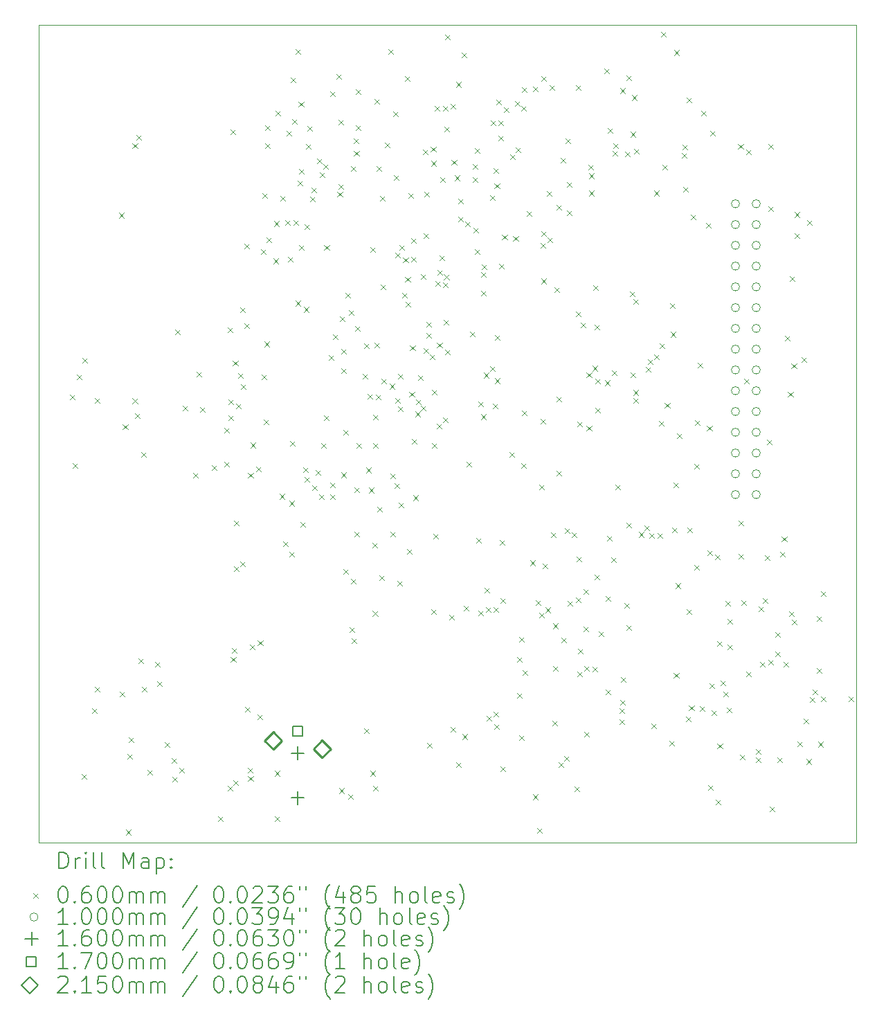
<source format=gbr>
%TF.GenerationSoftware,KiCad,Pcbnew,(6.0.8)*%
%TF.CreationDate,2022-12-02T10:37:13+07:00*%
%TF.ProjectId,espot_mainboard,6573706f-745f-46d6-9169-6e626f617264,rev?*%
%TF.SameCoordinates,Original*%
%TF.FileFunction,Drillmap*%
%TF.FilePolarity,Positive*%
%FSLAX45Y45*%
G04 Gerber Fmt 4.5, Leading zero omitted, Abs format (unit mm)*
G04 Created by KiCad (PCBNEW (6.0.8)) date 2022-12-02 10:37:13*
%MOMM*%
%LPD*%
G01*
G04 APERTURE LIST*
%ADD10C,0.100000*%
%ADD11C,0.200000*%
%ADD12C,0.060000*%
%ADD13C,0.160000*%
%ADD14C,0.170000*%
%ADD15C,0.215000*%
G04 APERTURE END LIST*
D10*
X5109053Y-3359940D02*
X15109053Y-3359940D01*
X15109053Y-3359940D02*
X15109053Y-13359940D01*
X15109053Y-13359940D02*
X5109053Y-13359940D01*
X5109053Y-13359940D02*
X5109053Y-3359940D01*
D11*
D12*
X5489580Y-7883860D02*
X5549580Y-7943860D01*
X5549580Y-7883860D02*
X5489580Y-7943860D01*
X5525030Y-8716890D02*
X5585030Y-8776890D01*
X5585030Y-8716890D02*
X5525030Y-8776890D01*
X5578270Y-7638920D02*
X5638270Y-7698920D01*
X5638270Y-7638920D02*
X5578270Y-7698920D01*
X5636873Y-12520306D02*
X5696873Y-12580306D01*
X5696873Y-12520306D02*
X5636873Y-12580306D01*
X5646500Y-7433860D02*
X5706500Y-7493860D01*
X5706500Y-7433860D02*
X5646500Y-7493860D01*
X5768020Y-11715510D02*
X5828020Y-11775510D01*
X5828020Y-11715510D02*
X5768020Y-11775510D01*
X5796390Y-7921700D02*
X5856390Y-7981700D01*
X5856390Y-7921700D02*
X5796390Y-7981700D01*
X5797030Y-11455750D02*
X5857030Y-11515750D01*
X5857030Y-11455750D02*
X5797030Y-11515750D01*
X6095680Y-5658540D02*
X6155680Y-5718540D01*
X6155680Y-5658540D02*
X6095680Y-5718540D01*
X6104750Y-11513320D02*
X6164750Y-11573320D01*
X6164750Y-11513320D02*
X6104750Y-11573320D01*
X6141040Y-8242140D02*
X6201040Y-8302140D01*
X6201040Y-8242140D02*
X6141040Y-8302140D01*
X6177279Y-13202455D02*
X6237279Y-13262455D01*
X6237279Y-13202455D02*
X6177279Y-13262455D01*
X6196110Y-12277150D02*
X6256110Y-12337150D01*
X6256110Y-12277150D02*
X6196110Y-12337150D01*
X6215890Y-12075550D02*
X6275890Y-12135550D01*
X6275890Y-12075550D02*
X6215890Y-12135550D01*
X6259500Y-4805600D02*
X6319500Y-4865600D01*
X6319500Y-4805600D02*
X6259500Y-4865600D01*
X6259500Y-7928110D02*
X6319500Y-7988110D01*
X6319500Y-7928110D02*
X6259500Y-7988110D01*
X6292320Y-8107420D02*
X6352320Y-8167420D01*
X6352320Y-8107420D02*
X6292320Y-8167420D01*
X6306470Y-4709880D02*
X6366470Y-4769880D01*
X6366470Y-4709880D02*
X6306470Y-4769880D01*
X6329220Y-11108480D02*
X6389220Y-11168480D01*
X6389220Y-11108480D02*
X6329220Y-11168480D01*
X6368810Y-8587390D02*
X6428810Y-8647390D01*
X6428810Y-8587390D02*
X6368810Y-8647390D01*
X6371260Y-11457050D02*
X6431260Y-11517050D01*
X6431260Y-11457050D02*
X6371260Y-11517050D01*
X6443050Y-12473940D02*
X6503050Y-12533940D01*
X6503050Y-12473940D02*
X6443050Y-12533940D01*
X6533660Y-11152290D02*
X6593660Y-11212290D01*
X6593660Y-11152290D02*
X6533660Y-11212290D01*
X6556580Y-11385020D02*
X6616580Y-11445020D01*
X6616580Y-11385020D02*
X6556580Y-11445020D01*
X6653460Y-12128690D02*
X6713460Y-12188690D01*
X6713460Y-12128690D02*
X6653460Y-12188690D01*
X6738080Y-12323360D02*
X6798080Y-12383360D01*
X6798080Y-12323360D02*
X6738080Y-12383360D01*
X6748600Y-12551620D02*
X6808600Y-12611620D01*
X6808600Y-12551620D02*
X6748600Y-12611620D01*
X6780110Y-7083860D02*
X6840110Y-7143860D01*
X6840110Y-7083860D02*
X6780110Y-7143860D01*
X6831870Y-12443360D02*
X6891870Y-12503360D01*
X6891870Y-12443360D02*
X6831870Y-12503360D01*
X6872800Y-8019790D02*
X6932800Y-8079790D01*
X6932800Y-8019790D02*
X6872800Y-8079790D01*
X6996610Y-8834590D02*
X7056610Y-8894590D01*
X7056610Y-8834590D02*
X6996610Y-8894590D01*
X7044580Y-7601840D02*
X7104580Y-7661840D01*
X7104580Y-7601840D02*
X7044580Y-7661840D01*
X7084560Y-8030060D02*
X7144560Y-8090060D01*
X7144560Y-8030060D02*
X7084560Y-8090060D01*
X7231610Y-8743180D02*
X7291610Y-8803180D01*
X7291610Y-8743180D02*
X7231610Y-8803180D01*
X7302220Y-13034500D02*
X7362220Y-13094500D01*
X7362220Y-13034500D02*
X7302220Y-13094500D01*
X7378930Y-8285730D02*
X7438930Y-8345730D01*
X7438930Y-8285730D02*
X7378930Y-8345730D01*
X7378930Y-8704830D02*
X7438930Y-8764830D01*
X7438930Y-8704830D02*
X7378930Y-8764830D01*
X7422080Y-12662190D02*
X7482080Y-12722190D01*
X7482080Y-12662190D02*
X7422080Y-12722190D01*
X7423540Y-7056300D02*
X7483540Y-7116300D01*
X7483540Y-7056300D02*
X7423540Y-7116300D01*
X7434950Y-8136380D02*
X7494950Y-8196380D01*
X7494950Y-8136380D02*
X7434950Y-8196380D01*
X7435500Y-7944310D02*
X7495500Y-8004310D01*
X7495500Y-7944310D02*
X7435500Y-8004310D01*
X7454620Y-4635680D02*
X7514620Y-4695680D01*
X7514620Y-4635680D02*
X7454620Y-4695680D01*
X7462100Y-11090860D02*
X7522100Y-11150860D01*
X7522100Y-11090860D02*
X7462100Y-11150860D01*
X7474220Y-10980170D02*
X7534220Y-11040170D01*
X7534220Y-10980170D02*
X7474220Y-11040170D01*
X7486800Y-7469520D02*
X7546800Y-7529520D01*
X7546800Y-7469520D02*
X7486800Y-7529520D01*
X7489260Y-12594480D02*
X7549260Y-12654480D01*
X7549260Y-12594480D02*
X7489260Y-12654480D01*
X7496250Y-9979750D02*
X7556250Y-10039750D01*
X7556250Y-9979750D02*
X7496250Y-10039750D01*
X7498380Y-9421440D02*
X7558380Y-9481440D01*
X7558380Y-9421440D02*
X7498380Y-9481440D01*
X7524340Y-7989840D02*
X7584340Y-8049840D01*
X7584340Y-7989840D02*
X7524340Y-8049840D01*
X7550160Y-7620920D02*
X7610160Y-7680920D01*
X7610160Y-7620920D02*
X7550160Y-7680920D01*
X7574730Y-6815110D02*
X7634730Y-6875110D01*
X7634730Y-6815110D02*
X7574730Y-6875110D01*
X7575640Y-9919220D02*
X7635640Y-9979220D01*
X7635640Y-9919220D02*
X7575640Y-9979220D01*
X7586380Y-7756350D02*
X7646380Y-7816350D01*
X7646380Y-7756350D02*
X7586380Y-7816350D01*
X7624590Y-7007870D02*
X7684590Y-7067870D01*
X7684590Y-7007870D02*
X7624590Y-7067870D01*
X7627110Y-6034620D02*
X7687110Y-6094620D01*
X7687110Y-6034620D02*
X7627110Y-6094620D01*
X7631840Y-11702600D02*
X7691840Y-11762600D01*
X7691840Y-11702600D02*
X7631840Y-11762600D01*
X7672160Y-12443050D02*
X7732160Y-12503050D01*
X7732160Y-12443050D02*
X7672160Y-12503050D01*
X7673160Y-12549170D02*
X7733160Y-12609170D01*
X7733160Y-12549170D02*
X7673160Y-12609170D01*
X7673510Y-8839780D02*
X7733510Y-8899780D01*
X7733510Y-8839780D02*
X7673510Y-8899780D01*
X7693480Y-10934350D02*
X7753480Y-10994350D01*
X7753480Y-10934350D02*
X7693480Y-10994350D01*
X7700250Y-8469840D02*
X7760250Y-8529840D01*
X7760250Y-8469840D02*
X7700250Y-8529840D01*
X7770910Y-8760940D02*
X7830910Y-8820940D01*
X7830910Y-8760940D02*
X7770910Y-8820940D01*
X7790230Y-11795350D02*
X7850230Y-11855350D01*
X7850230Y-11795350D02*
X7790230Y-11855350D01*
X7791980Y-10883300D02*
X7851980Y-10943300D01*
X7851980Y-10883300D02*
X7791980Y-10943300D01*
X7827610Y-6103720D02*
X7887610Y-6163720D01*
X7887610Y-6103720D02*
X7827610Y-6163720D01*
X7837230Y-7633630D02*
X7897230Y-7693630D01*
X7897230Y-7633630D02*
X7837230Y-7693630D01*
X7850290Y-5417860D02*
X7910290Y-5477860D01*
X7910290Y-5417860D02*
X7850290Y-5477860D01*
X7862590Y-8186020D02*
X7922590Y-8246020D01*
X7922590Y-8186020D02*
X7862590Y-8246020D01*
X7876170Y-7233860D02*
X7936170Y-7293860D01*
X7936170Y-7233860D02*
X7876170Y-7293860D01*
X7879190Y-4585790D02*
X7939190Y-4645790D01*
X7939190Y-4585790D02*
X7879190Y-4645790D01*
X7879190Y-4805280D02*
X7939190Y-4865280D01*
X7939190Y-4805280D02*
X7879190Y-4865280D01*
X7895320Y-5957920D02*
X7955320Y-6017920D01*
X7955320Y-5957920D02*
X7895320Y-6017920D01*
X7981010Y-6217440D02*
X8041010Y-6277440D01*
X8041010Y-6217440D02*
X7981010Y-6277440D01*
X7992110Y-5760100D02*
X8052110Y-5820100D01*
X8052110Y-5760100D02*
X7992110Y-5820100D01*
X7996660Y-12482920D02*
X8056660Y-12542920D01*
X8056660Y-12482920D02*
X7996660Y-12542920D01*
X7996660Y-13034500D02*
X8056660Y-13094500D01*
X8056660Y-13034500D02*
X7996660Y-13094500D01*
X8007990Y-4411240D02*
X8067990Y-4471240D01*
X8067990Y-4411240D02*
X8007990Y-4471240D01*
X8056220Y-9096390D02*
X8116220Y-9156390D01*
X8116220Y-9096390D02*
X8056220Y-9156390D01*
X8067180Y-5453470D02*
X8127180Y-5513470D01*
X8127180Y-5453470D02*
X8067180Y-5513470D01*
X8097450Y-9678690D02*
X8157450Y-9738690D01*
X8157450Y-9678690D02*
X8097450Y-9738690D01*
X8129360Y-5747490D02*
X8189360Y-5807490D01*
X8189360Y-5747490D02*
X8129360Y-5807490D01*
X8143910Y-4654080D02*
X8203910Y-4714080D01*
X8203910Y-4654080D02*
X8143910Y-4714080D01*
X8161080Y-6196800D02*
X8221080Y-6256800D01*
X8221080Y-6196800D02*
X8161080Y-6256800D01*
X8175410Y-9180830D02*
X8235410Y-9240830D01*
X8235410Y-9180830D02*
X8175410Y-9240830D01*
X8175410Y-9805170D02*
X8235410Y-9865170D01*
X8235410Y-9805170D02*
X8175410Y-9865170D01*
X8185740Y-8446280D02*
X8245740Y-8506280D01*
X8245740Y-8446280D02*
X8185740Y-8506280D01*
X8196560Y-4001750D02*
X8256560Y-4061750D01*
X8256560Y-4001750D02*
X8196560Y-4061750D01*
X8209000Y-4512840D02*
X8269000Y-4572840D01*
X8269000Y-4512840D02*
X8209000Y-4572840D01*
X8228060Y-5744280D02*
X8288060Y-5804280D01*
X8288060Y-5744280D02*
X8228060Y-5804280D01*
X8252030Y-3659410D02*
X8312030Y-3719410D01*
X8312030Y-3659410D02*
X8252030Y-3719410D01*
X8254720Y-6733860D02*
X8314720Y-6793860D01*
X8314720Y-6733860D02*
X8254720Y-6793860D01*
X8280790Y-5262180D02*
X8340790Y-5322180D01*
X8340790Y-5262180D02*
X8280790Y-5322180D01*
X8291710Y-4303600D02*
X8351710Y-4363600D01*
X8351710Y-4303600D02*
X8291710Y-4363600D01*
X8292440Y-5124390D02*
X8352440Y-5184390D01*
X8352440Y-5124390D02*
X8292440Y-5184390D01*
X8293910Y-6049980D02*
X8353910Y-6109980D01*
X8353910Y-6049980D02*
X8293910Y-6109980D01*
X8314730Y-9442370D02*
X8374730Y-9502370D01*
X8374730Y-9442370D02*
X8314730Y-9502370D01*
X8343950Y-8772870D02*
X8403950Y-8832870D01*
X8403950Y-8772870D02*
X8343950Y-8832870D01*
X8356040Y-6810490D02*
X8416040Y-6870490D01*
X8416040Y-6810490D02*
X8356040Y-6870490D01*
X8363040Y-8887720D02*
X8423040Y-8947720D01*
X8423040Y-8887720D02*
X8363040Y-8947720D01*
X8363490Y-5798610D02*
X8423490Y-5858610D01*
X8423490Y-5798610D02*
X8363490Y-5858610D01*
X8382000Y-4813220D02*
X8442000Y-4873220D01*
X8442000Y-4813220D02*
X8382000Y-4873220D01*
X8400350Y-4596320D02*
X8460350Y-4656320D01*
X8460350Y-4596320D02*
X8400350Y-4656320D01*
X8429310Y-5457850D02*
X8489310Y-5517850D01*
X8489310Y-5457850D02*
X8429310Y-5517850D01*
X8451940Y-5349220D02*
X8511940Y-5409220D01*
X8511940Y-5349220D02*
X8451940Y-5409220D01*
X8459330Y-8989360D02*
X8519330Y-9049360D01*
X8519330Y-8989360D02*
X8459330Y-9049360D01*
X8502340Y-8806130D02*
X8562340Y-8866130D01*
X8562340Y-8806130D02*
X8502340Y-8866130D01*
X8515740Y-4997400D02*
X8575740Y-5057400D01*
X8575740Y-4997400D02*
X8515740Y-5057400D01*
X8543720Y-9098790D02*
X8603720Y-9158790D01*
X8603720Y-9098790D02*
X8543720Y-9158790D01*
X8549100Y-5167080D02*
X8609100Y-5227080D01*
X8609100Y-5167080D02*
X8549100Y-5227080D01*
X8570220Y-8475120D02*
X8630220Y-8535120D01*
X8630220Y-8475120D02*
X8570220Y-8535120D01*
X8589510Y-5058000D02*
X8649510Y-5118000D01*
X8649510Y-5058000D02*
X8589510Y-5118000D01*
X8604240Y-8133740D02*
X8664240Y-8193740D01*
X8664240Y-8133740D02*
X8604240Y-8193740D01*
X8604710Y-6049980D02*
X8664710Y-6109980D01*
X8664710Y-6049980D02*
X8604710Y-6109980D01*
X8660910Y-7396770D02*
X8720910Y-7456770D01*
X8720910Y-7396770D02*
X8660910Y-7456770D01*
X8674540Y-8958800D02*
X8734540Y-9018800D01*
X8734540Y-8958800D02*
X8674540Y-9018800D01*
X8679150Y-9104240D02*
X8739150Y-9164240D01*
X8739150Y-9104240D02*
X8679150Y-9164240D01*
X8679370Y-4175970D02*
X8739370Y-4235970D01*
X8739370Y-4175970D02*
X8679370Y-4235970D01*
X8710310Y-7146050D02*
X8770310Y-7206050D01*
X8770310Y-7146050D02*
X8710310Y-7206050D01*
X8755960Y-3962730D02*
X8815960Y-4022730D01*
X8815960Y-3962730D02*
X8755960Y-4022730D01*
X8765600Y-5399910D02*
X8825600Y-5459910D01*
X8825600Y-5399910D02*
X8765600Y-5459910D01*
X8776400Y-4516150D02*
X8836400Y-4576150D01*
X8836400Y-4516150D02*
X8776400Y-4576150D01*
X8779120Y-5304890D02*
X8839120Y-5364890D01*
X8839120Y-5304890D02*
X8779120Y-5364890D01*
X8789630Y-12694290D02*
X8849630Y-12754290D01*
X8849630Y-12694290D02*
X8789630Y-12754290D01*
X8792810Y-6926140D02*
X8852810Y-6986140D01*
X8852810Y-6926140D02*
X8792810Y-6986140D01*
X8810940Y-7557740D02*
X8870940Y-7617740D01*
X8870940Y-7557740D02*
X8810940Y-7617740D01*
X8813080Y-7319300D02*
X8873080Y-7379300D01*
X8873080Y-7319300D02*
X8813080Y-7379300D01*
X8814390Y-8833410D02*
X8874390Y-8893410D01*
X8874390Y-8833410D02*
X8814390Y-8893410D01*
X8833960Y-10015190D02*
X8893960Y-10075190D01*
X8893960Y-10015190D02*
X8833960Y-10075190D01*
X8839150Y-8309710D02*
X8899150Y-8369710D01*
X8899150Y-8309710D02*
X8839150Y-8369710D01*
X8860520Y-6635770D02*
X8920520Y-6695770D01*
X8920520Y-6635770D02*
X8860520Y-6695770D01*
X8900390Y-12766050D02*
X8960390Y-12826050D01*
X8960390Y-12766050D02*
X8900390Y-12826050D01*
X8901700Y-6845420D02*
X8961700Y-6905420D01*
X8961700Y-6845420D02*
X8901700Y-6905420D01*
X8914140Y-10727630D02*
X8974140Y-10787630D01*
X8974140Y-10727630D02*
X8914140Y-10787630D01*
X8926990Y-5089790D02*
X8986990Y-5149790D01*
X8986990Y-5089790D02*
X8926990Y-5149790D01*
X8927630Y-10136740D02*
X8987630Y-10196740D01*
X8987630Y-10136740D02*
X8927630Y-10196740D01*
X8936000Y-10863060D02*
X8996000Y-10923060D01*
X8996000Y-10863060D02*
X8936000Y-10923060D01*
X8961530Y-4752290D02*
X9021530Y-4812290D01*
X9021530Y-4752290D02*
X8961530Y-4812290D01*
X8968540Y-4903770D02*
X9028540Y-4963770D01*
X9028540Y-4903770D02*
X8968540Y-4963770D01*
X8976220Y-9016780D02*
X9036220Y-9076780D01*
X9036220Y-9016780D02*
X8976220Y-9076780D01*
X8976220Y-9555260D02*
X9036220Y-9615260D01*
X9036220Y-9555260D02*
X8976220Y-9615260D01*
X8979460Y-7040230D02*
X9039460Y-7100230D01*
X9039460Y-7040230D02*
X8979460Y-7100230D01*
X8991260Y-4150510D02*
X9051260Y-4210510D01*
X9051260Y-4150510D02*
X8991260Y-4210510D01*
X8992660Y-4586330D02*
X9052660Y-4646330D01*
X9052660Y-4586330D02*
X8992660Y-4646330D01*
X9001130Y-8472910D02*
X9061130Y-8532910D01*
X9061130Y-8472910D02*
X9001130Y-8532910D01*
X9072960Y-7626330D02*
X9132960Y-7686330D01*
X9132960Y-7626330D02*
X9072960Y-7686330D01*
X9091710Y-7255010D02*
X9151710Y-7315010D01*
X9151710Y-7255010D02*
X9091710Y-7315010D01*
X9092300Y-11964370D02*
X9152300Y-12024370D01*
X9152300Y-11964370D02*
X9092300Y-12024370D01*
X9113840Y-8774660D02*
X9173840Y-8834660D01*
X9173840Y-8774660D02*
X9113840Y-8834660D01*
X9133820Y-7870770D02*
X9193820Y-7930770D01*
X9193820Y-7870770D02*
X9133820Y-7930770D01*
X9152060Y-9020330D02*
X9212060Y-9080330D01*
X9212060Y-9020330D02*
X9152060Y-9080330D01*
X9166190Y-6074430D02*
X9226190Y-6134430D01*
X9226190Y-6074430D02*
X9166190Y-6134430D01*
X9171330Y-12482920D02*
X9231330Y-12542920D01*
X9231330Y-12482920D02*
X9171330Y-12542920D01*
X9195090Y-9696950D02*
X9255090Y-9756950D01*
X9255090Y-9696950D02*
X9195090Y-9756950D01*
X9197590Y-10526890D02*
X9257590Y-10586890D01*
X9257590Y-10526890D02*
X9197590Y-10586890D01*
X9200860Y-12665000D02*
X9260860Y-12725000D01*
X9260860Y-12665000D02*
X9200860Y-12725000D01*
X9202760Y-8127430D02*
X9262760Y-8187430D01*
X9262760Y-8127430D02*
X9202760Y-8187430D01*
X9202760Y-8475180D02*
X9262760Y-8535180D01*
X9262760Y-8475180D02*
X9202760Y-8535180D01*
X9218280Y-7245900D02*
X9278280Y-7305900D01*
X9278280Y-7245900D02*
X9218280Y-7305900D01*
X9219240Y-4269060D02*
X9279240Y-4329060D01*
X9279240Y-4269060D02*
X9219240Y-4329060D01*
X9233070Y-7882880D02*
X9293070Y-7942880D01*
X9293070Y-7882880D02*
X9233070Y-7942880D01*
X9245550Y-5090360D02*
X9305550Y-5150360D01*
X9305550Y-5090360D02*
X9245550Y-5150360D01*
X9252930Y-9252720D02*
X9312930Y-9312720D01*
X9312930Y-9252720D02*
X9252930Y-9312720D01*
X9277070Y-10091780D02*
X9337070Y-10151780D01*
X9337070Y-10091780D02*
X9277070Y-10151780D01*
X9286720Y-5451930D02*
X9346720Y-5511930D01*
X9346720Y-5451930D02*
X9286720Y-5511930D01*
X9293250Y-6533860D02*
X9353250Y-6593860D01*
X9353250Y-6533860D02*
X9293250Y-6593860D01*
X9300790Y-7682630D02*
X9360790Y-7742630D01*
X9360790Y-7682630D02*
X9300790Y-7742630D01*
X9345150Y-4798800D02*
X9405150Y-4858800D01*
X9405150Y-4798800D02*
X9345150Y-4858800D01*
X9384690Y-3655200D02*
X9444690Y-3715200D01*
X9444690Y-3655200D02*
X9384690Y-3715200D01*
X9401380Y-7750340D02*
X9461380Y-7810340D01*
X9461380Y-7750340D02*
X9401380Y-7810340D01*
X9412550Y-8846580D02*
X9472550Y-8906580D01*
X9472550Y-8846580D02*
X9412550Y-8906580D01*
X9416670Y-9555750D02*
X9476670Y-9615750D01*
X9476670Y-9555750D02*
X9416670Y-9615750D01*
X9450710Y-4419140D02*
X9510710Y-4479140D01*
X9510710Y-4419140D02*
X9450710Y-4479140D01*
X9456360Y-5198490D02*
X9516360Y-5258490D01*
X9516360Y-5198490D02*
X9456360Y-5258490D01*
X9462290Y-8966710D02*
X9522290Y-9026710D01*
X9522290Y-8966710D02*
X9462290Y-9026710D01*
X9469490Y-7926290D02*
X9529490Y-7986290D01*
X9529490Y-7926290D02*
X9469490Y-7986290D01*
X9474590Y-6144080D02*
X9534590Y-6204080D01*
X9534590Y-6144080D02*
X9474590Y-6204080D01*
X9498990Y-10159490D02*
X9558990Y-10219490D01*
X9558990Y-10159490D02*
X9498990Y-10219490D01*
X9504020Y-8021300D02*
X9564020Y-8081300D01*
X9564020Y-8021300D02*
X9504020Y-8081300D01*
X9504100Y-7625450D02*
X9564100Y-7685450D01*
X9564100Y-7625450D02*
X9504100Y-7685450D01*
X9511420Y-9205360D02*
X9571420Y-9265360D01*
X9571420Y-9205360D02*
X9511420Y-9265360D01*
X9522130Y-6049060D02*
X9582130Y-6109060D01*
X9582130Y-6049060D02*
X9522130Y-6109060D01*
X9556690Y-6635770D02*
X9616690Y-6695770D01*
X9616690Y-6635770D02*
X9556690Y-6695770D01*
X9570200Y-6202320D02*
X9630200Y-6262320D01*
X9630200Y-6202320D02*
X9570200Y-6262320D01*
X9589480Y-3986290D02*
X9649480Y-4046290D01*
X9649480Y-3986290D02*
X9589480Y-4046290D01*
X9595340Y-6443970D02*
X9655340Y-6503970D01*
X9655340Y-6443970D02*
X9595340Y-6503970D01*
X9602680Y-6743900D02*
X9662680Y-6803900D01*
X9662680Y-6743900D02*
X9602680Y-6803900D01*
X9618940Y-9769500D02*
X9678940Y-9829500D01*
X9678940Y-9769500D02*
X9618940Y-9829500D01*
X9631420Y-5418810D02*
X9691420Y-5478810D01*
X9691420Y-5418810D02*
X9631420Y-5478810D01*
X9646140Y-7848090D02*
X9706140Y-7908090D01*
X9706140Y-7848090D02*
X9646140Y-7908090D01*
X9654560Y-7283440D02*
X9714560Y-7343440D01*
X9714560Y-7283440D02*
X9654560Y-7343440D01*
X9665220Y-6192950D02*
X9725220Y-6252950D01*
X9725220Y-6192950D02*
X9665220Y-6252950D01*
X9668350Y-5966220D02*
X9728350Y-6026220D01*
X9728350Y-5966220D02*
X9668350Y-6026220D01*
X9676660Y-8426480D02*
X9736660Y-8486480D01*
X9736660Y-8426480D02*
X9676660Y-8486480D01*
X9692860Y-9112830D02*
X9752860Y-9172830D01*
X9752860Y-9112830D02*
X9692860Y-9172830D01*
X9716970Y-8088710D02*
X9776970Y-8148710D01*
X9776970Y-8088710D02*
X9716970Y-8148710D01*
X9726220Y-7943200D02*
X9786220Y-8003200D01*
X9786220Y-7943200D02*
X9726220Y-8003200D01*
X9751890Y-7641580D02*
X9811890Y-7701580D01*
X9811890Y-7641580D02*
X9751890Y-7701580D01*
X9783120Y-6411880D02*
X9843120Y-6471880D01*
X9843120Y-6411880D02*
X9783120Y-6471880D01*
X9789690Y-8017040D02*
X9849690Y-8077040D01*
X9849690Y-8017040D02*
X9789690Y-8077040D01*
X9813530Y-4886450D02*
X9873530Y-4946450D01*
X9873530Y-4886450D02*
X9813530Y-4946450D01*
X9820220Y-7311830D02*
X9880220Y-7371830D01*
X9880220Y-7311830D02*
X9820220Y-7371830D01*
X9821280Y-5906740D02*
X9881280Y-5966740D01*
X9881280Y-5906740D02*
X9821280Y-5966740D01*
X9825040Y-5399080D02*
X9885040Y-5459080D01*
X9885040Y-5399080D02*
X9825040Y-5459080D01*
X9851590Y-6995590D02*
X9911590Y-7055590D01*
X9911590Y-6995590D02*
X9851590Y-7055590D01*
X9851590Y-7131020D02*
X9911590Y-7191020D01*
X9911590Y-7131020D02*
X9851590Y-7191020D01*
X9860450Y-12140430D02*
X9920450Y-12200430D01*
X9920450Y-12140430D02*
X9860450Y-12200430D01*
X9898990Y-7387480D02*
X9958990Y-7447480D01*
X9958990Y-7387480D02*
X9898990Y-7447480D01*
X9908550Y-4848010D02*
X9968550Y-4908010D01*
X9968550Y-4848010D02*
X9908550Y-4908010D01*
X9912760Y-5023850D02*
X9972760Y-5083850D01*
X9972760Y-5023850D02*
X9912760Y-5083850D01*
X9915510Y-10502260D02*
X9975510Y-10562260D01*
X9975510Y-10502260D02*
X9915510Y-10562260D01*
X9920040Y-7818500D02*
X9980040Y-7878500D01*
X9980040Y-7818500D02*
X9920040Y-7878500D01*
X9924460Y-8470670D02*
X9984460Y-8530670D01*
X9984460Y-8470670D02*
X9924460Y-8530670D01*
X9941640Y-9585980D02*
X10001640Y-9645980D01*
X10001640Y-9585980D02*
X9941640Y-9645980D01*
X9958470Y-4351520D02*
X10018470Y-4411520D01*
X10018470Y-4351520D02*
X9958470Y-4411520D01*
X9963780Y-6496530D02*
X10023780Y-6556530D01*
X10023780Y-6496530D02*
X9963780Y-6556530D01*
X9980930Y-8238520D02*
X10040930Y-8298520D01*
X10040930Y-8238520D02*
X9980930Y-8298520D01*
X9985160Y-7245900D02*
X10045160Y-7305900D01*
X10045160Y-7245900D02*
X9985160Y-7305900D01*
X9990380Y-6357520D02*
X10050380Y-6417520D01*
X10050380Y-6357520D02*
X9990380Y-6417520D01*
X10017210Y-6175730D02*
X10077210Y-6235730D01*
X10077210Y-6175730D02*
X10017210Y-6235730D01*
X10024030Y-5220650D02*
X10084030Y-5280650D01*
X10084030Y-5220650D02*
X10024030Y-5280650D01*
X10055840Y-8160230D02*
X10115840Y-8220230D01*
X10115840Y-8160230D02*
X10055840Y-8220230D01*
X10057880Y-4351520D02*
X10117880Y-4411520D01*
X10117880Y-4351520D02*
X10057880Y-4411520D01*
X10058800Y-6507580D02*
X10118800Y-6567580D01*
X10118800Y-6507580D02*
X10058800Y-6567580D01*
X10061560Y-6966300D02*
X10121560Y-7026300D01*
X10121560Y-6966300D02*
X10061560Y-7026300D01*
X10069720Y-6412560D02*
X10129720Y-6472560D01*
X10129720Y-6412560D02*
X10069720Y-6472560D01*
X10074550Y-4604660D02*
X10134550Y-4664660D01*
X10134550Y-4604660D02*
X10074550Y-4664660D01*
X10079750Y-7333860D02*
X10139750Y-7393860D01*
X10139750Y-7333860D02*
X10079750Y-7393860D01*
X10080400Y-3481400D02*
X10140400Y-3541400D01*
X10140400Y-3481400D02*
X10080400Y-3541400D01*
X10135020Y-10571690D02*
X10195020Y-10631690D01*
X10195020Y-10571690D02*
X10135020Y-10631690D01*
X10146510Y-11948350D02*
X10206510Y-12008350D01*
X10206510Y-11948350D02*
X10146510Y-12008350D01*
X10152900Y-4326420D02*
X10212900Y-4386420D01*
X10212900Y-4326420D02*
X10152900Y-4386420D01*
X10162260Y-5014430D02*
X10222260Y-5074430D01*
X10222260Y-5014430D02*
X10162260Y-5074430D01*
X10201960Y-5201410D02*
X10261960Y-5261410D01*
X10261960Y-5201410D02*
X10201960Y-5261410D01*
X10215470Y-12379830D02*
X10275470Y-12439830D01*
X10275470Y-12379830D02*
X10215470Y-12439830D01*
X10220700Y-4058520D02*
X10280700Y-4118520D01*
X10280700Y-4058520D02*
X10220700Y-4118520D01*
X10244370Y-5703850D02*
X10304370Y-5763850D01*
X10304370Y-5703850D02*
X10244370Y-5763850D01*
X10245170Y-5485590D02*
X10305170Y-5545590D01*
X10305170Y-5485590D02*
X10245170Y-5545590D01*
X10286950Y-3695520D02*
X10346950Y-3755520D01*
X10346950Y-3695520D02*
X10286950Y-3755520D01*
X10295450Y-12033790D02*
X10355450Y-12093790D01*
X10355450Y-12033790D02*
X10295450Y-12093790D01*
X10308470Y-10461410D02*
X10368470Y-10521410D01*
X10368470Y-10461410D02*
X10308470Y-10521410D01*
X10324660Y-5762530D02*
X10384660Y-5822530D01*
X10384660Y-5762530D02*
X10324660Y-5822530D01*
X10347520Y-8702350D02*
X10407520Y-8762350D01*
X10407520Y-8702350D02*
X10347520Y-8762350D01*
X10389070Y-7112320D02*
X10449070Y-7172320D01*
X10449070Y-7112320D02*
X10389070Y-7172320D01*
X10423930Y-5062780D02*
X10483930Y-5122780D01*
X10483930Y-5062780D02*
X10423930Y-5122780D01*
X10423930Y-5219590D02*
X10483930Y-5279590D01*
X10483930Y-5219590D02*
X10423930Y-5279590D01*
X10432810Y-5838580D02*
X10492810Y-5898580D01*
X10492810Y-5838580D02*
X10432810Y-5898580D01*
X10443850Y-4865330D02*
X10503850Y-4925330D01*
X10503850Y-4865330D02*
X10443850Y-4925330D01*
X10448620Y-6105990D02*
X10508620Y-6165990D01*
X10508620Y-6105990D02*
X10448620Y-6165990D01*
X10462120Y-9636150D02*
X10522120Y-9696150D01*
X10522120Y-9636150D02*
X10462120Y-9696150D01*
X10485680Y-7965610D02*
X10545680Y-8025610D01*
X10545680Y-7965610D02*
X10485680Y-8025610D01*
X10485690Y-10525800D02*
X10545690Y-10585800D01*
X10545690Y-10525800D02*
X10485690Y-10585800D01*
X10521210Y-8122800D02*
X10581210Y-8182800D01*
X10581210Y-8122800D02*
X10521210Y-8182800D01*
X10522570Y-6383860D02*
X10582570Y-6443860D01*
X10582570Y-6383860D02*
X10522570Y-6443860D01*
X10525630Y-6611620D02*
X10585630Y-6671620D01*
X10585630Y-6611620D02*
X10525630Y-6671620D01*
X10529880Y-6287850D02*
X10589880Y-6347850D01*
X10589880Y-6287850D02*
X10529880Y-6347850D01*
X10555240Y-7614470D02*
X10615240Y-7674470D01*
X10615240Y-7614470D02*
X10555240Y-7674470D01*
X10568590Y-10243400D02*
X10628590Y-10303400D01*
X10628590Y-10243400D02*
X10568590Y-10303400D01*
X10579620Y-10480640D02*
X10639620Y-10540640D01*
X10639620Y-10480640D02*
X10579620Y-10540640D01*
X10586870Y-11812830D02*
X10646870Y-11872830D01*
X10646870Y-11812830D02*
X10586870Y-11872830D01*
X10630840Y-5446020D02*
X10690840Y-5506020D01*
X10690840Y-5446020D02*
X10630840Y-5506020D01*
X10636290Y-7534710D02*
X10696290Y-7594710D01*
X10696290Y-7534710D02*
X10636290Y-7594710D01*
X10637370Y-4525430D02*
X10697370Y-4585430D01*
X10697370Y-4525430D02*
X10637370Y-4585430D01*
X10668270Y-7993660D02*
X10728270Y-8053660D01*
X10728270Y-7993660D02*
X10668270Y-8053660D01*
X10671730Y-5116080D02*
X10731730Y-5176080D01*
X10731730Y-5116080D02*
X10671730Y-5176080D01*
X10672960Y-11761390D02*
X10732960Y-11821390D01*
X10732960Y-11761390D02*
X10672960Y-11821390D01*
X10674640Y-10477480D02*
X10734640Y-10537480D01*
X10734640Y-10477480D02*
X10674640Y-10537480D01*
X10686950Y-11910580D02*
X10746950Y-11970580D01*
X10746950Y-11910580D02*
X10686950Y-11970580D01*
X10687660Y-5300410D02*
X10747660Y-5360410D01*
X10747660Y-5300410D02*
X10687660Y-5360410D01*
X10692310Y-7682280D02*
X10752310Y-7742280D01*
X10752310Y-7682280D02*
X10692310Y-7742280D01*
X10693590Y-7149340D02*
X10753590Y-7209340D01*
X10753590Y-7149340D02*
X10693590Y-7209340D01*
X10711030Y-4274280D02*
X10771030Y-4334280D01*
X10771030Y-4274280D02*
X10711030Y-4334280D01*
X10734640Y-4715130D02*
X10794640Y-4775130D01*
X10794640Y-4715130D02*
X10734640Y-4775130D01*
X10735240Y-4527540D02*
X10795240Y-4587540D01*
X10795240Y-4527540D02*
X10735240Y-4587540D01*
X10740470Y-6281020D02*
X10800470Y-6341020D01*
X10800470Y-6281020D02*
X10740470Y-6341020D01*
X10747900Y-9661720D02*
X10807900Y-9721720D01*
X10807900Y-9661720D02*
X10747900Y-9721720D01*
X10760120Y-10371430D02*
X10820120Y-10431430D01*
X10820120Y-10371430D02*
X10760120Y-10431430D01*
X10763090Y-12426020D02*
X10823090Y-12486020D01*
X10823090Y-12426020D02*
X10763090Y-12486020D01*
X10781020Y-5926580D02*
X10841020Y-5986580D01*
X10841020Y-5926580D02*
X10781020Y-5986580D01*
X10801210Y-4368560D02*
X10861210Y-4428560D01*
X10861210Y-4368560D02*
X10801210Y-4428560D01*
X10869010Y-8587760D02*
X10929010Y-8647760D01*
X10929010Y-8587760D02*
X10869010Y-8647760D01*
X10879020Y-4947140D02*
X10939020Y-5007140D01*
X10939020Y-4947140D02*
X10879020Y-5007140D01*
X10916450Y-5944050D02*
X10976450Y-6004050D01*
X10976450Y-5944050D02*
X10916450Y-6004050D01*
X10936720Y-4289560D02*
X10996720Y-4349560D01*
X10996720Y-4289560D02*
X10936720Y-4349560D01*
X10949020Y-4857120D02*
X11009020Y-4917120D01*
X11009020Y-4857120D02*
X10949020Y-4917120D01*
X10959880Y-11093850D02*
X11019880Y-11153850D01*
X11019880Y-11093850D02*
X10959880Y-11153850D01*
X10959880Y-11530680D02*
X11019880Y-11590680D01*
X11019880Y-11530680D02*
X10959880Y-11590680D01*
X10987420Y-12049250D02*
X11047420Y-12109250D01*
X11047420Y-12049250D02*
X10987420Y-12109250D01*
X10991540Y-10841020D02*
X11051540Y-10901020D01*
X11051540Y-10841020D02*
X10991540Y-10901020D01*
X11013510Y-8721840D02*
X11073510Y-8781840D01*
X11073510Y-8721840D02*
X11013510Y-8781840D01*
X11014540Y-4351700D02*
X11074540Y-4411700D01*
X11074540Y-4351700D02*
X11014540Y-4411700D01*
X11021240Y-4125400D02*
X11081240Y-4185400D01*
X11081240Y-4125400D02*
X11021240Y-4185400D01*
X11022230Y-8076660D02*
X11082230Y-8136660D01*
X11082230Y-8076660D02*
X11022230Y-8136660D01*
X11027810Y-11253850D02*
X11087810Y-11313850D01*
X11087810Y-11253850D02*
X11027810Y-11313850D01*
X11081800Y-5636140D02*
X11141800Y-5696140D01*
X11141800Y-5636140D02*
X11081800Y-5696140D01*
X11121700Y-9908750D02*
X11181700Y-9968750D01*
X11181700Y-9908750D02*
X11121700Y-9968750D01*
X11156670Y-4116800D02*
X11216670Y-4176800D01*
X11216670Y-4116800D02*
X11156670Y-4176800D01*
X11157430Y-12770580D02*
X11217430Y-12830580D01*
X11217430Y-12770580D02*
X11157430Y-12830580D01*
X11190100Y-10397440D02*
X11250100Y-10457440D01*
X11250100Y-10397440D02*
X11190100Y-10457440D01*
X11205100Y-13180070D02*
X11265100Y-13240070D01*
X11265100Y-13180070D02*
X11205100Y-13240070D01*
X11233400Y-8979240D02*
X11293400Y-9039240D01*
X11293400Y-8979240D02*
X11233400Y-9039240D01*
X11234930Y-10544920D02*
X11294930Y-10604920D01*
X11294930Y-10544920D02*
X11234930Y-10604920D01*
X11251490Y-8174200D02*
X11311490Y-8234200D01*
X11311490Y-8174200D02*
X11251490Y-8234200D01*
X11251560Y-6025310D02*
X11311560Y-6085310D01*
X11311560Y-6025310D02*
X11251560Y-6085310D01*
X11256160Y-3989380D02*
X11316160Y-4049380D01*
X11316160Y-3989380D02*
X11256160Y-4049380D01*
X11256700Y-5885730D02*
X11316700Y-5945730D01*
X11316700Y-5885730D02*
X11256700Y-5945730D01*
X11260420Y-6462990D02*
X11320420Y-6522990D01*
X11320420Y-6462990D02*
X11260420Y-6522990D01*
X11276950Y-9948310D02*
X11336950Y-10008310D01*
X11336950Y-9948310D02*
X11276950Y-10008310D01*
X11309150Y-10484760D02*
X11369150Y-10544760D01*
X11369150Y-10484760D02*
X11309150Y-10544760D01*
X11329690Y-5394760D02*
X11389690Y-5454760D01*
X11389690Y-5394760D02*
X11329690Y-5454760D01*
X11337700Y-5957590D02*
X11397700Y-6017590D01*
X11397700Y-5957590D02*
X11337700Y-6017590D01*
X11362810Y-4099530D02*
X11422810Y-4159530D01*
X11422810Y-4099530D02*
X11362810Y-4159530D01*
X11379450Y-9567530D02*
X11439450Y-9627530D01*
X11439450Y-9567530D02*
X11379450Y-9627530D01*
X11393130Y-11867430D02*
X11453130Y-11927430D01*
X11453130Y-11867430D02*
X11393130Y-11927430D01*
X11402130Y-10679290D02*
X11462130Y-10739290D01*
X11462130Y-10679290D02*
X11402130Y-10739290D01*
X11402700Y-11198890D02*
X11462700Y-11258890D01*
X11462700Y-11198890D02*
X11402700Y-11258890D01*
X11417200Y-6571090D02*
X11477200Y-6631090D01*
X11477200Y-6571090D02*
X11417200Y-6631090D01*
X11442440Y-7906470D02*
X11502440Y-7966470D01*
X11502440Y-7906470D02*
X11442440Y-7966470D01*
X11442460Y-8816190D02*
X11502460Y-8876190D01*
X11502460Y-8816190D02*
X11442460Y-8876190D01*
X11448360Y-5560840D02*
X11508360Y-5620840D01*
X11508360Y-5560840D02*
X11448360Y-5620840D01*
X11467000Y-12377240D02*
X11527000Y-12437240D01*
X11527000Y-12377240D02*
X11467000Y-12437240D01*
X11495610Y-4982990D02*
X11555610Y-5042990D01*
X11555610Y-4982990D02*
X11495610Y-5042990D01*
X11506900Y-10853850D02*
X11566900Y-10913850D01*
X11566900Y-10853850D02*
X11506900Y-10913850D01*
X11539750Y-12304490D02*
X11599750Y-12364490D01*
X11599750Y-12304490D02*
X11539750Y-12364490D01*
X11547620Y-9515220D02*
X11607620Y-9575220D01*
X11607620Y-9515220D02*
X11547620Y-9575220D01*
X11552080Y-4747940D02*
X11612080Y-4807940D01*
X11612080Y-4747940D02*
X11552080Y-4807940D01*
X11570010Y-5279220D02*
X11630010Y-5339220D01*
X11630010Y-5279220D02*
X11570010Y-5339220D01*
X11570010Y-5630710D02*
X11630010Y-5690710D01*
X11630010Y-5630710D02*
X11570010Y-5690710D01*
X11578490Y-10407900D02*
X11638490Y-10467900D01*
X11638490Y-10407900D02*
X11578490Y-10467900D01*
X11629680Y-9567530D02*
X11689680Y-9627530D01*
X11689680Y-9567530D02*
X11629680Y-9627530D01*
X11664860Y-12673600D02*
X11724860Y-12733600D01*
X11724860Y-12673600D02*
X11664860Y-12733600D01*
X11678620Y-4098450D02*
X11738620Y-4158450D01*
X11738620Y-4098450D02*
X11678620Y-4158450D01*
X11681040Y-10361340D02*
X11741040Y-10421340D01*
X11741040Y-10361340D02*
X11681040Y-10421340D01*
X11684070Y-6866430D02*
X11744070Y-6926430D01*
X11744070Y-6866430D02*
X11684070Y-6926430D01*
X11688850Y-9863460D02*
X11748850Y-9923460D01*
X11748850Y-9863460D02*
X11688850Y-9923460D01*
X11697030Y-8214630D02*
X11757030Y-8274630D01*
X11757030Y-8214630D02*
X11697030Y-8274630D01*
X11701020Y-11267800D02*
X11761020Y-11327800D01*
X11761020Y-11267800D02*
X11701020Y-11327800D01*
X11704180Y-10987050D02*
X11764180Y-11047050D01*
X11764180Y-10987050D02*
X11704180Y-11047050D01*
X11744080Y-6998920D02*
X11804080Y-7058920D01*
X11804080Y-6998920D02*
X11744080Y-7058920D01*
X11775440Y-10264210D02*
X11835440Y-10324210D01*
X11835440Y-10264210D02*
X11775440Y-10324210D01*
X11775440Y-10719900D02*
X11835440Y-10779900D01*
X11835440Y-10719900D02*
X11775440Y-10779900D01*
X11785050Y-11198890D02*
X11845050Y-11258890D01*
X11845050Y-11198890D02*
X11785050Y-11258890D01*
X11785050Y-12002050D02*
X11845050Y-12062050D01*
X11845050Y-12002050D02*
X11785050Y-12062050D01*
X11813380Y-7609590D02*
X11873380Y-7669590D01*
X11873380Y-7609590D02*
X11813380Y-7669590D01*
X11813380Y-8259490D02*
X11873380Y-8319490D01*
X11873380Y-8259490D02*
X11813380Y-8319490D01*
X11833020Y-5067940D02*
X11893020Y-5127940D01*
X11893020Y-5067940D02*
X11833020Y-5127940D01*
X11839850Y-5387940D02*
X11899850Y-5447940D01*
X11899850Y-5387940D02*
X11839850Y-5447940D01*
X11842320Y-5175820D02*
X11902320Y-5235820D01*
X11902320Y-5175820D02*
X11842320Y-5235820D01*
X11881760Y-7529870D02*
X11941760Y-7589870D01*
X11941760Y-7529870D02*
X11881760Y-7589870D01*
X11887100Y-11207630D02*
X11947100Y-11267630D01*
X11947100Y-11207630D02*
X11887100Y-11267630D01*
X11891910Y-6545690D02*
X11951910Y-6605690D01*
X11951910Y-6545690D02*
X11891910Y-6605690D01*
X11911200Y-7027020D02*
X11971200Y-7087020D01*
X11971200Y-7027020D02*
X11911200Y-7087020D01*
X11913010Y-10085260D02*
X11973010Y-10145260D01*
X11973010Y-10085260D02*
X11913010Y-10145260D01*
X11916080Y-7683450D02*
X11976080Y-7743450D01*
X11976080Y-7683450D02*
X11916080Y-7743450D01*
X11916080Y-8044790D02*
X11976080Y-8104790D01*
X11976080Y-8044790D02*
X11916080Y-8104790D01*
X11961890Y-10780430D02*
X12021890Y-10840430D01*
X12021890Y-10780430D02*
X11961890Y-10840430D01*
X12032570Y-3894430D02*
X12092570Y-3954430D01*
X12092570Y-3894430D02*
X12032570Y-3954430D01*
X12034390Y-7707700D02*
X12094390Y-7767700D01*
X12094390Y-7707700D02*
X12034390Y-7767700D01*
X12044280Y-10345100D02*
X12104280Y-10405100D01*
X12104280Y-10345100D02*
X12044280Y-10405100D01*
X12044420Y-11485750D02*
X12104420Y-11545750D01*
X12104420Y-11485750D02*
X12044420Y-11545750D01*
X12059560Y-9607940D02*
X12119560Y-9667940D01*
X12119560Y-9607940D02*
X12059560Y-9667940D01*
X12075260Y-4621820D02*
X12135260Y-4681820D01*
X12135260Y-4621820D02*
X12075260Y-4681820D01*
X12115000Y-9873270D02*
X12175000Y-9933270D01*
X12175000Y-9873270D02*
X12115000Y-9933270D01*
X12120260Y-7587760D02*
X12180260Y-7647760D01*
X12180260Y-7587760D02*
X12120260Y-7647760D01*
X12132420Y-4901110D02*
X12192420Y-4961110D01*
X12192420Y-4901110D02*
X12132420Y-4961110D01*
X12137050Y-4804800D02*
X12197050Y-4864800D01*
X12197050Y-4804800D02*
X12137050Y-4864800D01*
X12166770Y-8982450D02*
X12226770Y-9042450D01*
X12226770Y-8982450D02*
X12166770Y-9042450D01*
X12216330Y-11714660D02*
X12276330Y-11774660D01*
X12276330Y-11714660D02*
X12216330Y-11774660D01*
X12216330Y-11850090D02*
X12276330Y-11910090D01*
X12276330Y-11850090D02*
X12216330Y-11910090D01*
X12220840Y-11617450D02*
X12280840Y-11677450D01*
X12280840Y-11617450D02*
X12220840Y-11677450D01*
X12222620Y-4134380D02*
X12282620Y-4194380D01*
X12282620Y-4134380D02*
X12222620Y-4194380D01*
X12233240Y-11333060D02*
X12293240Y-11393060D01*
X12293240Y-11333060D02*
X12233240Y-11393060D01*
X12273070Y-10426320D02*
X12333070Y-10486320D01*
X12333070Y-10426320D02*
X12273070Y-10486320D01*
X12284190Y-4907290D02*
X12344190Y-4967290D01*
X12344190Y-4907290D02*
X12284190Y-4967290D01*
X12298150Y-3975910D02*
X12358150Y-4035910D01*
X12358150Y-3975910D02*
X12298150Y-4035910D01*
X12303230Y-9448630D02*
X12363230Y-9508630D01*
X12363230Y-9448630D02*
X12303230Y-9508630D01*
X12304260Y-10698080D02*
X12364260Y-10758080D01*
X12364260Y-10698080D02*
X12304260Y-10758080D01*
X12340530Y-6621610D02*
X12400530Y-6681610D01*
X12400530Y-6621610D02*
X12340530Y-6681610D01*
X12348270Y-7612680D02*
X12408270Y-7672680D01*
X12408270Y-7612680D02*
X12348270Y-7672680D01*
X12351900Y-4667940D02*
X12411900Y-4727940D01*
X12411900Y-4667940D02*
X12351900Y-4727940D01*
X12370790Y-4219170D02*
X12430790Y-4279170D01*
X12430790Y-4219170D02*
X12370790Y-4279170D01*
X12382030Y-6714490D02*
X12442030Y-6774490D01*
X12442030Y-6714490D02*
X12382030Y-6774490D01*
X12385870Y-7825860D02*
X12445870Y-7885860D01*
X12445870Y-7825860D02*
X12385870Y-7885860D01*
X12386840Y-7920880D02*
X12446840Y-7980880D01*
X12446840Y-7920880D02*
X12386840Y-7980880D01*
X12390170Y-4874870D02*
X12450170Y-4934870D01*
X12450170Y-4874870D02*
X12390170Y-4934870D01*
X12455970Y-9561880D02*
X12515970Y-9621880D01*
X12515970Y-9561880D02*
X12455970Y-9621880D01*
X12522370Y-9484740D02*
X12582370Y-9544740D01*
X12582370Y-9484740D02*
X12522370Y-9544740D01*
X12533900Y-7546410D02*
X12593900Y-7606410D01*
X12593900Y-7546410D02*
X12533900Y-7606410D01*
X12566710Y-7451390D02*
X12626710Y-7511390D01*
X12626710Y-7451390D02*
X12566710Y-7511390D01*
X12582200Y-9575440D02*
X12642200Y-9635440D01*
X12642200Y-9575440D02*
X12582200Y-9635440D01*
X12602300Y-11902930D02*
X12662300Y-11962930D01*
X12662300Y-11902930D02*
X12602300Y-11962930D01*
X12637120Y-5387940D02*
X12697120Y-5447940D01*
X12697120Y-5387940D02*
X12637120Y-5447940D01*
X12639330Y-7389640D02*
X12699330Y-7449640D01*
X12699330Y-7389640D02*
X12639330Y-7449640D01*
X12680720Y-9573330D02*
X12740720Y-9633330D01*
X12740720Y-9573330D02*
X12680720Y-9633330D01*
X12700050Y-8205290D02*
X12760050Y-8265290D01*
X12760050Y-8205290D02*
X12700050Y-8265290D01*
X12707950Y-7253010D02*
X12767950Y-7313010D01*
X12767950Y-7253010D02*
X12707950Y-7313010D01*
X12726630Y-3442070D02*
X12786630Y-3502070D01*
X12786630Y-3442070D02*
X12726630Y-3502070D01*
X12737970Y-5067940D02*
X12797970Y-5127940D01*
X12797970Y-5067940D02*
X12737970Y-5127940D01*
X12770280Y-7979000D02*
X12830280Y-8039000D01*
X12830280Y-7979000D02*
X12770280Y-8039000D01*
X12821840Y-12113200D02*
X12881840Y-12173200D01*
X12881840Y-12113200D02*
X12821840Y-12173200D01*
X12831990Y-6759880D02*
X12891990Y-6819880D01*
X12891990Y-6759880D02*
X12831990Y-6819880D01*
X12846120Y-7114830D02*
X12906120Y-7174830D01*
X12906120Y-7114830D02*
X12846120Y-7174830D01*
X12856150Y-9504150D02*
X12916150Y-9564150D01*
X12916150Y-9504150D02*
X12856150Y-9564150D01*
X12876550Y-8956510D02*
X12936550Y-9016510D01*
X12936550Y-8956510D02*
X12876550Y-9016510D01*
X12880410Y-11285080D02*
X12940410Y-11345080D01*
X12940410Y-11285080D02*
X12880410Y-11345080D01*
X12881350Y-3668690D02*
X12941350Y-3728690D01*
X12941350Y-3668690D02*
X12881350Y-3728690D01*
X12898420Y-10188290D02*
X12958420Y-10248290D01*
X12958420Y-10188290D02*
X12898420Y-10248290D01*
X12918770Y-8353560D02*
X12978770Y-8413560D01*
X12978770Y-8353560D02*
X12918770Y-8413560D01*
X12977730Y-4924910D02*
X13037730Y-4984910D01*
X13037730Y-4924910D02*
X12977730Y-4984910D01*
X12989170Y-4827940D02*
X13049170Y-4887940D01*
X13049170Y-4827940D02*
X12989170Y-4887940D01*
X12996040Y-5340200D02*
X13056040Y-5400200D01*
X13056040Y-5340200D02*
X12996040Y-5400200D01*
X13025400Y-11817440D02*
X13085400Y-11877440D01*
X13085400Y-11817440D02*
X13025400Y-11877440D01*
X13035460Y-4249270D02*
X13095460Y-4309270D01*
X13095460Y-4249270D02*
X13035460Y-4309270D01*
X13039520Y-10504260D02*
X13099520Y-10564260D01*
X13099520Y-10504260D02*
X13039520Y-10564260D01*
X13042440Y-9504150D02*
X13102440Y-9564150D01*
X13102440Y-9504150D02*
X13042440Y-9564150D01*
X13066400Y-11682010D02*
X13126400Y-11742010D01*
X13126400Y-11682010D02*
X13066400Y-11742010D01*
X13085280Y-5682600D02*
X13145280Y-5742600D01*
X13145280Y-5682600D02*
X13085280Y-5742600D01*
X13130070Y-9964690D02*
X13190070Y-10024690D01*
X13190070Y-9964690D02*
X13130070Y-10024690D01*
X13133760Y-8726500D02*
X13193760Y-8786500D01*
X13193760Y-8726500D02*
X13133760Y-8786500D01*
X13141520Y-8195250D02*
X13201520Y-8255250D01*
X13201520Y-8195250D02*
X13141520Y-8255250D01*
X13171160Y-7489550D02*
X13231160Y-7549550D01*
X13231160Y-7489550D02*
X13171160Y-7549550D01*
X13198770Y-11688120D02*
X13258770Y-11748120D01*
X13258770Y-11688120D02*
X13198770Y-11748120D01*
X13215100Y-4406040D02*
X13275100Y-4466040D01*
X13275100Y-4406040D02*
X13215100Y-4466040D01*
X13274920Y-5782030D02*
X13334920Y-5842030D01*
X13334920Y-5782030D02*
X13274920Y-5842030D01*
X13286540Y-8265740D02*
X13346540Y-8325740D01*
X13346540Y-8265740D02*
X13286540Y-8325740D01*
X13293770Y-9785100D02*
X13353770Y-9845100D01*
X13353770Y-9785100D02*
X13293770Y-9845100D01*
X13298830Y-12657390D02*
X13358830Y-12717390D01*
X13358830Y-12657390D02*
X13298830Y-12717390D01*
X13318160Y-11411860D02*
X13378160Y-11471860D01*
X13378160Y-11411860D02*
X13318160Y-11471860D01*
X13325510Y-4652840D02*
X13385510Y-4712840D01*
X13385510Y-4652840D02*
X13325510Y-4712840D01*
X13338550Y-11742410D02*
X13398550Y-11802410D01*
X13398550Y-11742410D02*
X13338550Y-11802410D01*
X13380920Y-9833720D02*
X13440920Y-9893720D01*
X13440920Y-9833720D02*
X13380920Y-9893720D01*
X13389610Y-12837470D02*
X13449610Y-12897470D01*
X13449610Y-12837470D02*
X13389610Y-12897470D01*
X13409260Y-10895000D02*
X13469260Y-10955000D01*
X13469260Y-10895000D02*
X13409260Y-10955000D01*
X13414110Y-12146690D02*
X13474110Y-12206690D01*
X13474110Y-12146690D02*
X13414110Y-12206690D01*
X13455100Y-11374260D02*
X13515100Y-11434260D01*
X13515100Y-11374260D02*
X13455100Y-11434260D01*
X13489620Y-11512270D02*
X13549620Y-11572270D01*
X13549620Y-11512270D02*
X13489620Y-11572270D01*
X13514060Y-10405120D02*
X13574060Y-10465120D01*
X13574060Y-10405120D02*
X13514060Y-10465120D01*
X13526120Y-11711810D02*
X13586120Y-11771810D01*
X13586120Y-11711810D02*
X13526120Y-11771810D01*
X13537200Y-10626320D02*
X13597200Y-10686320D01*
X13597200Y-10626320D02*
X13537200Y-10686320D01*
X13537200Y-10933880D02*
X13597200Y-10993880D01*
X13597200Y-10933880D02*
X13537200Y-10993880D01*
X13667670Y-4814870D02*
X13727670Y-4874870D01*
X13727670Y-4814870D02*
X13667670Y-4874870D01*
X13674040Y-9423100D02*
X13734040Y-9483100D01*
X13734040Y-9423100D02*
X13674040Y-9483100D01*
X13674040Y-9829470D02*
X13734040Y-9889470D01*
X13734040Y-9829470D02*
X13674040Y-9889470D01*
X13687250Y-12285020D02*
X13747250Y-12345020D01*
X13747250Y-12285020D02*
X13687250Y-12345020D01*
X13704670Y-10395170D02*
X13764670Y-10455170D01*
X13764670Y-10395170D02*
X13704670Y-10455170D01*
X13743220Y-7683940D02*
X13803220Y-7743940D01*
X13803220Y-7683940D02*
X13743220Y-7743940D01*
X13762690Y-11271410D02*
X13822690Y-11331410D01*
X13822690Y-11271410D02*
X13762690Y-11331410D01*
X13767730Y-4883990D02*
X13827730Y-4943990D01*
X13827730Y-4883990D02*
X13767730Y-4943990D01*
X13880920Y-12320410D02*
X13940920Y-12380410D01*
X13940920Y-12320410D02*
X13880920Y-12380410D01*
X13883180Y-12216940D02*
X13943180Y-12276940D01*
X13943180Y-12216940D02*
X13883180Y-12276940D01*
X13920910Y-10472370D02*
X13980910Y-10532370D01*
X13980910Y-10472370D02*
X13920910Y-10532370D01*
X13934610Y-11149550D02*
X13994610Y-11209550D01*
X13994610Y-11149550D02*
X13934610Y-11209550D01*
X13967830Y-10368300D02*
X14027830Y-10428300D01*
X14027830Y-10368300D02*
X13967830Y-10428300D01*
X13991720Y-9848280D02*
X14051720Y-9908280D01*
X14051720Y-9848280D02*
X13991720Y-9908280D01*
X14020950Y-8433140D02*
X14080950Y-8493140D01*
X14080950Y-8433140D02*
X14020950Y-8493140D01*
X14032320Y-11121760D02*
X14092320Y-11181760D01*
X14092320Y-11121760D02*
X14032320Y-11181760D01*
X14033230Y-4814870D02*
X14093230Y-4874870D01*
X14093230Y-4814870D02*
X14033230Y-4874870D01*
X14037340Y-5575790D02*
X14097340Y-5635790D01*
X14097340Y-5575790D02*
X14037340Y-5635790D01*
X14054040Y-12922720D02*
X14114040Y-12982720D01*
X14114040Y-12922720D02*
X14054040Y-12982720D01*
X14121550Y-10785330D02*
X14181550Y-10845330D01*
X14181550Y-10785330D02*
X14121550Y-10845330D01*
X14121550Y-11019380D02*
X14181550Y-11079380D01*
X14181550Y-11019380D02*
X14121550Y-11079380D01*
X14146940Y-12318000D02*
X14206940Y-12378000D01*
X14206940Y-12318000D02*
X14146940Y-12378000D01*
X14179140Y-9800310D02*
X14239140Y-9860310D01*
X14239140Y-9800310D02*
X14179140Y-9860310D01*
X14201530Y-9619800D02*
X14261530Y-9679800D01*
X14261530Y-9619800D02*
X14201530Y-9679800D01*
X14223090Y-11149090D02*
X14283090Y-11209090D01*
X14283090Y-11149090D02*
X14223090Y-11209090D01*
X14239730Y-7165210D02*
X14299730Y-7225210D01*
X14299730Y-7165210D02*
X14239730Y-7225210D01*
X14277360Y-7844940D02*
X14337360Y-7904940D01*
X14337360Y-7844940D02*
X14277360Y-7904940D01*
X14290800Y-10531110D02*
X14350800Y-10591110D01*
X14350800Y-10531110D02*
X14290800Y-10591110D01*
X14297060Y-6435510D02*
X14357060Y-6495510D01*
X14357060Y-6435510D02*
X14297060Y-6495510D01*
X14319820Y-7498310D02*
X14379820Y-7558310D01*
X14379820Y-7498310D02*
X14319820Y-7558310D01*
X14320770Y-10634090D02*
X14380770Y-10694090D01*
X14380770Y-10634090D02*
X14320770Y-10694090D01*
X14357520Y-5905700D02*
X14417520Y-5965700D01*
X14417520Y-5905700D02*
X14357520Y-5965700D01*
X14357870Y-5650520D02*
X14417870Y-5710520D01*
X14417870Y-5650520D02*
X14357870Y-5710520D01*
X14389300Y-12119810D02*
X14449300Y-12179810D01*
X14449300Y-12119810D02*
X14389300Y-12179810D01*
X14441220Y-7424880D02*
X14501220Y-7484880D01*
X14501220Y-7424880D02*
X14441220Y-7484880D01*
X14464090Y-11844980D02*
X14524090Y-11904980D01*
X14524090Y-11844980D02*
X14464090Y-11904980D01*
X14502950Y-12338890D02*
X14562950Y-12398890D01*
X14562950Y-12338890D02*
X14502950Y-12398890D01*
X14513860Y-5749360D02*
X14573860Y-5809360D01*
X14573860Y-5749360D02*
X14513860Y-5809360D01*
X14543790Y-11583570D02*
X14603790Y-11643570D01*
X14603790Y-11583570D02*
X14543790Y-11643570D01*
X14576590Y-11487030D02*
X14636590Y-11547030D01*
X14636590Y-11487030D02*
X14576590Y-11547030D01*
X14630130Y-10592090D02*
X14690130Y-10652090D01*
X14690130Y-10592090D02*
X14630130Y-10652090D01*
X14630130Y-11227860D02*
X14690130Y-11287860D01*
X14690130Y-11227860D02*
X14630130Y-11287860D01*
X14647440Y-12127370D02*
X14707440Y-12187370D01*
X14707440Y-12127370D02*
X14647440Y-12187370D01*
X14680910Y-11576500D02*
X14740910Y-11636500D01*
X14740910Y-11576500D02*
X14680910Y-11636500D01*
X14682140Y-10284840D02*
X14742140Y-10344840D01*
X14742140Y-10284840D02*
X14682140Y-10344840D01*
X15020180Y-11576500D02*
X15080180Y-11636500D01*
X15080180Y-11576500D02*
X15020180Y-11636500D01*
D10*
X13684640Y-5547140D02*
G75*
G03*
X13684640Y-5547140I-50000J0D01*
G01*
X13684640Y-5801140D02*
G75*
G03*
X13684640Y-5801140I-50000J0D01*
G01*
X13684640Y-6055140D02*
G75*
G03*
X13684640Y-6055140I-50000J0D01*
G01*
X13684640Y-6309140D02*
G75*
G03*
X13684640Y-6309140I-50000J0D01*
G01*
X13684640Y-6563140D02*
G75*
G03*
X13684640Y-6563140I-50000J0D01*
G01*
X13684640Y-6817140D02*
G75*
G03*
X13684640Y-6817140I-50000J0D01*
G01*
X13684640Y-7071140D02*
G75*
G03*
X13684640Y-7071140I-50000J0D01*
G01*
X13684640Y-7325140D02*
G75*
G03*
X13684640Y-7325140I-50000J0D01*
G01*
X13684640Y-7579140D02*
G75*
G03*
X13684640Y-7579140I-50000J0D01*
G01*
X13684640Y-7833140D02*
G75*
G03*
X13684640Y-7833140I-50000J0D01*
G01*
X13684640Y-8087140D02*
G75*
G03*
X13684640Y-8087140I-50000J0D01*
G01*
X13684640Y-8341140D02*
G75*
G03*
X13684640Y-8341140I-50000J0D01*
G01*
X13684640Y-8595140D02*
G75*
G03*
X13684640Y-8595140I-50000J0D01*
G01*
X13684640Y-8849140D02*
G75*
G03*
X13684640Y-8849140I-50000J0D01*
G01*
X13684640Y-9103140D02*
G75*
G03*
X13684640Y-9103140I-50000J0D01*
G01*
X13938640Y-5547140D02*
G75*
G03*
X13938640Y-5547140I-50000J0D01*
G01*
X13938640Y-5801140D02*
G75*
G03*
X13938640Y-5801140I-50000J0D01*
G01*
X13938640Y-6055140D02*
G75*
G03*
X13938640Y-6055140I-50000J0D01*
G01*
X13938640Y-6309140D02*
G75*
G03*
X13938640Y-6309140I-50000J0D01*
G01*
X13938640Y-6563140D02*
G75*
G03*
X13938640Y-6563140I-50000J0D01*
G01*
X13938640Y-6817140D02*
G75*
G03*
X13938640Y-6817140I-50000J0D01*
G01*
X13938640Y-7071140D02*
G75*
G03*
X13938640Y-7071140I-50000J0D01*
G01*
X13938640Y-7325140D02*
G75*
G03*
X13938640Y-7325140I-50000J0D01*
G01*
X13938640Y-7579140D02*
G75*
G03*
X13938640Y-7579140I-50000J0D01*
G01*
X13938640Y-7833140D02*
G75*
G03*
X13938640Y-7833140I-50000J0D01*
G01*
X13938640Y-8087140D02*
G75*
G03*
X13938640Y-8087140I-50000J0D01*
G01*
X13938640Y-8341140D02*
G75*
G03*
X13938640Y-8341140I-50000J0D01*
G01*
X13938640Y-8595140D02*
G75*
G03*
X13938640Y-8595140I-50000J0D01*
G01*
X13938640Y-8849140D02*
G75*
G03*
X13938640Y-8849140I-50000J0D01*
G01*
X13938640Y-9103140D02*
G75*
G03*
X13938640Y-9103140I-50000J0D01*
G01*
D13*
X8279080Y-12183090D02*
X8279080Y-12343090D01*
X8199080Y-12263090D02*
X8359080Y-12263090D01*
X8279080Y-12733090D02*
X8279080Y-12893090D01*
X8199080Y-12813090D02*
X8359080Y-12813090D01*
D14*
X8339185Y-12053195D02*
X8339185Y-11932985D01*
X8218975Y-11932985D01*
X8218975Y-12053195D01*
X8339185Y-12053195D01*
D15*
X7979080Y-12220590D02*
X8086580Y-12113090D01*
X7979080Y-12005590D01*
X7871580Y-12113090D01*
X7979080Y-12220590D01*
X8579080Y-12320590D02*
X8686580Y-12213090D01*
X8579080Y-12105590D01*
X8471580Y-12213090D01*
X8579080Y-12320590D01*
D11*
X5361672Y-13675416D02*
X5361672Y-13475416D01*
X5409291Y-13475416D01*
X5437863Y-13484940D01*
X5456910Y-13503987D01*
X5466434Y-13523035D01*
X5475958Y-13561130D01*
X5475958Y-13589702D01*
X5466434Y-13627797D01*
X5456910Y-13646844D01*
X5437863Y-13665892D01*
X5409291Y-13675416D01*
X5361672Y-13675416D01*
X5561672Y-13675416D02*
X5561672Y-13542083D01*
X5561672Y-13580178D02*
X5571196Y-13561130D01*
X5580720Y-13551606D01*
X5599767Y-13542083D01*
X5618815Y-13542083D01*
X5685481Y-13675416D02*
X5685481Y-13542083D01*
X5685481Y-13475416D02*
X5675958Y-13484940D01*
X5685481Y-13494464D01*
X5695005Y-13484940D01*
X5685481Y-13475416D01*
X5685481Y-13494464D01*
X5809291Y-13675416D02*
X5790243Y-13665892D01*
X5780720Y-13646844D01*
X5780720Y-13475416D01*
X5914053Y-13675416D02*
X5895005Y-13665892D01*
X5885481Y-13646844D01*
X5885481Y-13475416D01*
X6142624Y-13675416D02*
X6142624Y-13475416D01*
X6209291Y-13618273D01*
X6275958Y-13475416D01*
X6275958Y-13675416D01*
X6456910Y-13675416D02*
X6456910Y-13570654D01*
X6447386Y-13551606D01*
X6428339Y-13542083D01*
X6390243Y-13542083D01*
X6371196Y-13551606D01*
X6456910Y-13665892D02*
X6437862Y-13675416D01*
X6390243Y-13675416D01*
X6371196Y-13665892D01*
X6361672Y-13646844D01*
X6361672Y-13627797D01*
X6371196Y-13608749D01*
X6390243Y-13599225D01*
X6437862Y-13599225D01*
X6456910Y-13589702D01*
X6552148Y-13542083D02*
X6552148Y-13742083D01*
X6552148Y-13551606D02*
X6571196Y-13542083D01*
X6609291Y-13542083D01*
X6628339Y-13551606D01*
X6637862Y-13561130D01*
X6647386Y-13580178D01*
X6647386Y-13637321D01*
X6637862Y-13656368D01*
X6628339Y-13665892D01*
X6609291Y-13675416D01*
X6571196Y-13675416D01*
X6552148Y-13665892D01*
X6733101Y-13656368D02*
X6742624Y-13665892D01*
X6733101Y-13675416D01*
X6723577Y-13665892D01*
X6733101Y-13656368D01*
X6733101Y-13675416D01*
X6733101Y-13551606D02*
X6742624Y-13561130D01*
X6733101Y-13570654D01*
X6723577Y-13561130D01*
X6733101Y-13551606D01*
X6733101Y-13570654D01*
D12*
X5044053Y-13974940D02*
X5104053Y-14034940D01*
X5104053Y-13974940D02*
X5044053Y-14034940D01*
D11*
X5399767Y-13895416D02*
X5418815Y-13895416D01*
X5437863Y-13904940D01*
X5447386Y-13914464D01*
X5456910Y-13933511D01*
X5466434Y-13971606D01*
X5466434Y-14019225D01*
X5456910Y-14057321D01*
X5447386Y-14076368D01*
X5437863Y-14085892D01*
X5418815Y-14095416D01*
X5399767Y-14095416D01*
X5380720Y-14085892D01*
X5371196Y-14076368D01*
X5361672Y-14057321D01*
X5352148Y-14019225D01*
X5352148Y-13971606D01*
X5361672Y-13933511D01*
X5371196Y-13914464D01*
X5380720Y-13904940D01*
X5399767Y-13895416D01*
X5552148Y-14076368D02*
X5561672Y-14085892D01*
X5552148Y-14095416D01*
X5542624Y-14085892D01*
X5552148Y-14076368D01*
X5552148Y-14095416D01*
X5733101Y-13895416D02*
X5695005Y-13895416D01*
X5675958Y-13904940D01*
X5666434Y-13914464D01*
X5647386Y-13943035D01*
X5637862Y-13981130D01*
X5637862Y-14057321D01*
X5647386Y-14076368D01*
X5656910Y-14085892D01*
X5675958Y-14095416D01*
X5714053Y-14095416D01*
X5733101Y-14085892D01*
X5742624Y-14076368D01*
X5752148Y-14057321D01*
X5752148Y-14009702D01*
X5742624Y-13990654D01*
X5733101Y-13981130D01*
X5714053Y-13971606D01*
X5675958Y-13971606D01*
X5656910Y-13981130D01*
X5647386Y-13990654D01*
X5637862Y-14009702D01*
X5875958Y-13895416D02*
X5895005Y-13895416D01*
X5914053Y-13904940D01*
X5923577Y-13914464D01*
X5933101Y-13933511D01*
X5942624Y-13971606D01*
X5942624Y-14019225D01*
X5933101Y-14057321D01*
X5923577Y-14076368D01*
X5914053Y-14085892D01*
X5895005Y-14095416D01*
X5875958Y-14095416D01*
X5856910Y-14085892D01*
X5847386Y-14076368D01*
X5837862Y-14057321D01*
X5828339Y-14019225D01*
X5828339Y-13971606D01*
X5837862Y-13933511D01*
X5847386Y-13914464D01*
X5856910Y-13904940D01*
X5875958Y-13895416D01*
X6066434Y-13895416D02*
X6085481Y-13895416D01*
X6104529Y-13904940D01*
X6114053Y-13914464D01*
X6123577Y-13933511D01*
X6133101Y-13971606D01*
X6133101Y-14019225D01*
X6123577Y-14057321D01*
X6114053Y-14076368D01*
X6104529Y-14085892D01*
X6085481Y-14095416D01*
X6066434Y-14095416D01*
X6047386Y-14085892D01*
X6037862Y-14076368D01*
X6028339Y-14057321D01*
X6018815Y-14019225D01*
X6018815Y-13971606D01*
X6028339Y-13933511D01*
X6037862Y-13914464D01*
X6047386Y-13904940D01*
X6066434Y-13895416D01*
X6218815Y-14095416D02*
X6218815Y-13962083D01*
X6218815Y-13981130D02*
X6228339Y-13971606D01*
X6247386Y-13962083D01*
X6275958Y-13962083D01*
X6295005Y-13971606D01*
X6304529Y-13990654D01*
X6304529Y-14095416D01*
X6304529Y-13990654D02*
X6314053Y-13971606D01*
X6333101Y-13962083D01*
X6361672Y-13962083D01*
X6380720Y-13971606D01*
X6390243Y-13990654D01*
X6390243Y-14095416D01*
X6485481Y-14095416D02*
X6485481Y-13962083D01*
X6485481Y-13981130D02*
X6495005Y-13971606D01*
X6514053Y-13962083D01*
X6542624Y-13962083D01*
X6561672Y-13971606D01*
X6571196Y-13990654D01*
X6571196Y-14095416D01*
X6571196Y-13990654D02*
X6580720Y-13971606D01*
X6599767Y-13962083D01*
X6628339Y-13962083D01*
X6647386Y-13971606D01*
X6656910Y-13990654D01*
X6656910Y-14095416D01*
X7047386Y-13885892D02*
X6875958Y-14143035D01*
X7304529Y-13895416D02*
X7323577Y-13895416D01*
X7342624Y-13904940D01*
X7352148Y-13914464D01*
X7361672Y-13933511D01*
X7371196Y-13971606D01*
X7371196Y-14019225D01*
X7361672Y-14057321D01*
X7352148Y-14076368D01*
X7342624Y-14085892D01*
X7323577Y-14095416D01*
X7304529Y-14095416D01*
X7285481Y-14085892D01*
X7275958Y-14076368D01*
X7266434Y-14057321D01*
X7256910Y-14019225D01*
X7256910Y-13971606D01*
X7266434Y-13933511D01*
X7275958Y-13914464D01*
X7285481Y-13904940D01*
X7304529Y-13895416D01*
X7456910Y-14076368D02*
X7466434Y-14085892D01*
X7456910Y-14095416D01*
X7447386Y-14085892D01*
X7456910Y-14076368D01*
X7456910Y-14095416D01*
X7590243Y-13895416D02*
X7609291Y-13895416D01*
X7628339Y-13904940D01*
X7637862Y-13914464D01*
X7647386Y-13933511D01*
X7656910Y-13971606D01*
X7656910Y-14019225D01*
X7647386Y-14057321D01*
X7637862Y-14076368D01*
X7628339Y-14085892D01*
X7609291Y-14095416D01*
X7590243Y-14095416D01*
X7571196Y-14085892D01*
X7561672Y-14076368D01*
X7552148Y-14057321D01*
X7542624Y-14019225D01*
X7542624Y-13971606D01*
X7552148Y-13933511D01*
X7561672Y-13914464D01*
X7571196Y-13904940D01*
X7590243Y-13895416D01*
X7733101Y-13914464D02*
X7742624Y-13904940D01*
X7761672Y-13895416D01*
X7809291Y-13895416D01*
X7828339Y-13904940D01*
X7837862Y-13914464D01*
X7847386Y-13933511D01*
X7847386Y-13952559D01*
X7837862Y-13981130D01*
X7723577Y-14095416D01*
X7847386Y-14095416D01*
X7914053Y-13895416D02*
X8037862Y-13895416D01*
X7971196Y-13971606D01*
X7999767Y-13971606D01*
X8018815Y-13981130D01*
X8028339Y-13990654D01*
X8037862Y-14009702D01*
X8037862Y-14057321D01*
X8028339Y-14076368D01*
X8018815Y-14085892D01*
X7999767Y-14095416D01*
X7942624Y-14095416D01*
X7923577Y-14085892D01*
X7914053Y-14076368D01*
X8209291Y-13895416D02*
X8171196Y-13895416D01*
X8152148Y-13904940D01*
X8142624Y-13914464D01*
X8123577Y-13943035D01*
X8114053Y-13981130D01*
X8114053Y-14057321D01*
X8123577Y-14076368D01*
X8133101Y-14085892D01*
X8152148Y-14095416D01*
X8190243Y-14095416D01*
X8209291Y-14085892D01*
X8218815Y-14076368D01*
X8228339Y-14057321D01*
X8228339Y-14009702D01*
X8218815Y-13990654D01*
X8209291Y-13981130D01*
X8190243Y-13971606D01*
X8152148Y-13971606D01*
X8133101Y-13981130D01*
X8123577Y-13990654D01*
X8114053Y-14009702D01*
X8304529Y-13895416D02*
X8304529Y-13933511D01*
X8380720Y-13895416D02*
X8380720Y-13933511D01*
X8675958Y-14171606D02*
X8666434Y-14162083D01*
X8647386Y-14133511D01*
X8637863Y-14114464D01*
X8628339Y-14085892D01*
X8618815Y-14038273D01*
X8618815Y-14000178D01*
X8628339Y-13952559D01*
X8637863Y-13923987D01*
X8647386Y-13904940D01*
X8666434Y-13876368D01*
X8675958Y-13866844D01*
X8837863Y-13962083D02*
X8837863Y-14095416D01*
X8790243Y-13885892D02*
X8742624Y-14028749D01*
X8866434Y-14028749D01*
X8971196Y-13981130D02*
X8952148Y-13971606D01*
X8942624Y-13962083D01*
X8933101Y-13943035D01*
X8933101Y-13933511D01*
X8942624Y-13914464D01*
X8952148Y-13904940D01*
X8971196Y-13895416D01*
X9009291Y-13895416D01*
X9028339Y-13904940D01*
X9037863Y-13914464D01*
X9047386Y-13933511D01*
X9047386Y-13943035D01*
X9037863Y-13962083D01*
X9028339Y-13971606D01*
X9009291Y-13981130D01*
X8971196Y-13981130D01*
X8952148Y-13990654D01*
X8942624Y-14000178D01*
X8933101Y-14019225D01*
X8933101Y-14057321D01*
X8942624Y-14076368D01*
X8952148Y-14085892D01*
X8971196Y-14095416D01*
X9009291Y-14095416D01*
X9028339Y-14085892D01*
X9037863Y-14076368D01*
X9047386Y-14057321D01*
X9047386Y-14019225D01*
X9037863Y-14000178D01*
X9028339Y-13990654D01*
X9009291Y-13981130D01*
X9228339Y-13895416D02*
X9133101Y-13895416D01*
X9123577Y-13990654D01*
X9133101Y-13981130D01*
X9152148Y-13971606D01*
X9199767Y-13971606D01*
X9218815Y-13981130D01*
X9228339Y-13990654D01*
X9237863Y-14009702D01*
X9237863Y-14057321D01*
X9228339Y-14076368D01*
X9218815Y-14085892D01*
X9199767Y-14095416D01*
X9152148Y-14095416D01*
X9133101Y-14085892D01*
X9123577Y-14076368D01*
X9475958Y-14095416D02*
X9475958Y-13895416D01*
X9561672Y-14095416D02*
X9561672Y-13990654D01*
X9552148Y-13971606D01*
X9533101Y-13962083D01*
X9504529Y-13962083D01*
X9485482Y-13971606D01*
X9475958Y-13981130D01*
X9685482Y-14095416D02*
X9666434Y-14085892D01*
X9656910Y-14076368D01*
X9647386Y-14057321D01*
X9647386Y-14000178D01*
X9656910Y-13981130D01*
X9666434Y-13971606D01*
X9685482Y-13962083D01*
X9714053Y-13962083D01*
X9733101Y-13971606D01*
X9742624Y-13981130D01*
X9752148Y-14000178D01*
X9752148Y-14057321D01*
X9742624Y-14076368D01*
X9733101Y-14085892D01*
X9714053Y-14095416D01*
X9685482Y-14095416D01*
X9866434Y-14095416D02*
X9847386Y-14085892D01*
X9837863Y-14066844D01*
X9837863Y-13895416D01*
X10018815Y-14085892D02*
X9999767Y-14095416D01*
X9961672Y-14095416D01*
X9942624Y-14085892D01*
X9933101Y-14066844D01*
X9933101Y-13990654D01*
X9942624Y-13971606D01*
X9961672Y-13962083D01*
X9999767Y-13962083D01*
X10018815Y-13971606D01*
X10028339Y-13990654D01*
X10028339Y-14009702D01*
X9933101Y-14028749D01*
X10104529Y-14085892D02*
X10123577Y-14095416D01*
X10161672Y-14095416D01*
X10180720Y-14085892D01*
X10190243Y-14066844D01*
X10190243Y-14057321D01*
X10180720Y-14038273D01*
X10161672Y-14028749D01*
X10133101Y-14028749D01*
X10114053Y-14019225D01*
X10104529Y-14000178D01*
X10104529Y-13990654D01*
X10114053Y-13971606D01*
X10133101Y-13962083D01*
X10161672Y-13962083D01*
X10180720Y-13971606D01*
X10256910Y-14171606D02*
X10266434Y-14162083D01*
X10285482Y-14133511D01*
X10295005Y-14114464D01*
X10304529Y-14085892D01*
X10314053Y-14038273D01*
X10314053Y-14000178D01*
X10304529Y-13952559D01*
X10295005Y-13923987D01*
X10285482Y-13904940D01*
X10266434Y-13876368D01*
X10256910Y-13866844D01*
D10*
X5104053Y-14268940D02*
G75*
G03*
X5104053Y-14268940I-50000J0D01*
G01*
D11*
X5466434Y-14359416D02*
X5352148Y-14359416D01*
X5409291Y-14359416D02*
X5409291Y-14159416D01*
X5390243Y-14187987D01*
X5371196Y-14207035D01*
X5352148Y-14216559D01*
X5552148Y-14340368D02*
X5561672Y-14349892D01*
X5552148Y-14359416D01*
X5542624Y-14349892D01*
X5552148Y-14340368D01*
X5552148Y-14359416D01*
X5685481Y-14159416D02*
X5704529Y-14159416D01*
X5723577Y-14168940D01*
X5733101Y-14178464D01*
X5742624Y-14197511D01*
X5752148Y-14235606D01*
X5752148Y-14283225D01*
X5742624Y-14321321D01*
X5733101Y-14340368D01*
X5723577Y-14349892D01*
X5704529Y-14359416D01*
X5685481Y-14359416D01*
X5666434Y-14349892D01*
X5656910Y-14340368D01*
X5647386Y-14321321D01*
X5637862Y-14283225D01*
X5637862Y-14235606D01*
X5647386Y-14197511D01*
X5656910Y-14178464D01*
X5666434Y-14168940D01*
X5685481Y-14159416D01*
X5875958Y-14159416D02*
X5895005Y-14159416D01*
X5914053Y-14168940D01*
X5923577Y-14178464D01*
X5933101Y-14197511D01*
X5942624Y-14235606D01*
X5942624Y-14283225D01*
X5933101Y-14321321D01*
X5923577Y-14340368D01*
X5914053Y-14349892D01*
X5895005Y-14359416D01*
X5875958Y-14359416D01*
X5856910Y-14349892D01*
X5847386Y-14340368D01*
X5837862Y-14321321D01*
X5828339Y-14283225D01*
X5828339Y-14235606D01*
X5837862Y-14197511D01*
X5847386Y-14178464D01*
X5856910Y-14168940D01*
X5875958Y-14159416D01*
X6066434Y-14159416D02*
X6085481Y-14159416D01*
X6104529Y-14168940D01*
X6114053Y-14178464D01*
X6123577Y-14197511D01*
X6133101Y-14235606D01*
X6133101Y-14283225D01*
X6123577Y-14321321D01*
X6114053Y-14340368D01*
X6104529Y-14349892D01*
X6085481Y-14359416D01*
X6066434Y-14359416D01*
X6047386Y-14349892D01*
X6037862Y-14340368D01*
X6028339Y-14321321D01*
X6018815Y-14283225D01*
X6018815Y-14235606D01*
X6028339Y-14197511D01*
X6037862Y-14178464D01*
X6047386Y-14168940D01*
X6066434Y-14159416D01*
X6218815Y-14359416D02*
X6218815Y-14226083D01*
X6218815Y-14245130D02*
X6228339Y-14235606D01*
X6247386Y-14226083D01*
X6275958Y-14226083D01*
X6295005Y-14235606D01*
X6304529Y-14254654D01*
X6304529Y-14359416D01*
X6304529Y-14254654D02*
X6314053Y-14235606D01*
X6333101Y-14226083D01*
X6361672Y-14226083D01*
X6380720Y-14235606D01*
X6390243Y-14254654D01*
X6390243Y-14359416D01*
X6485481Y-14359416D02*
X6485481Y-14226083D01*
X6485481Y-14245130D02*
X6495005Y-14235606D01*
X6514053Y-14226083D01*
X6542624Y-14226083D01*
X6561672Y-14235606D01*
X6571196Y-14254654D01*
X6571196Y-14359416D01*
X6571196Y-14254654D02*
X6580720Y-14235606D01*
X6599767Y-14226083D01*
X6628339Y-14226083D01*
X6647386Y-14235606D01*
X6656910Y-14254654D01*
X6656910Y-14359416D01*
X7047386Y-14149892D02*
X6875958Y-14407035D01*
X7304529Y-14159416D02*
X7323577Y-14159416D01*
X7342624Y-14168940D01*
X7352148Y-14178464D01*
X7361672Y-14197511D01*
X7371196Y-14235606D01*
X7371196Y-14283225D01*
X7361672Y-14321321D01*
X7352148Y-14340368D01*
X7342624Y-14349892D01*
X7323577Y-14359416D01*
X7304529Y-14359416D01*
X7285481Y-14349892D01*
X7275958Y-14340368D01*
X7266434Y-14321321D01*
X7256910Y-14283225D01*
X7256910Y-14235606D01*
X7266434Y-14197511D01*
X7275958Y-14178464D01*
X7285481Y-14168940D01*
X7304529Y-14159416D01*
X7456910Y-14340368D02*
X7466434Y-14349892D01*
X7456910Y-14359416D01*
X7447386Y-14349892D01*
X7456910Y-14340368D01*
X7456910Y-14359416D01*
X7590243Y-14159416D02*
X7609291Y-14159416D01*
X7628339Y-14168940D01*
X7637862Y-14178464D01*
X7647386Y-14197511D01*
X7656910Y-14235606D01*
X7656910Y-14283225D01*
X7647386Y-14321321D01*
X7637862Y-14340368D01*
X7628339Y-14349892D01*
X7609291Y-14359416D01*
X7590243Y-14359416D01*
X7571196Y-14349892D01*
X7561672Y-14340368D01*
X7552148Y-14321321D01*
X7542624Y-14283225D01*
X7542624Y-14235606D01*
X7552148Y-14197511D01*
X7561672Y-14178464D01*
X7571196Y-14168940D01*
X7590243Y-14159416D01*
X7723577Y-14159416D02*
X7847386Y-14159416D01*
X7780720Y-14235606D01*
X7809291Y-14235606D01*
X7828339Y-14245130D01*
X7837862Y-14254654D01*
X7847386Y-14273702D01*
X7847386Y-14321321D01*
X7837862Y-14340368D01*
X7828339Y-14349892D01*
X7809291Y-14359416D01*
X7752148Y-14359416D01*
X7733101Y-14349892D01*
X7723577Y-14340368D01*
X7942624Y-14359416D02*
X7980720Y-14359416D01*
X7999767Y-14349892D01*
X8009291Y-14340368D01*
X8028339Y-14311797D01*
X8037862Y-14273702D01*
X8037862Y-14197511D01*
X8028339Y-14178464D01*
X8018815Y-14168940D01*
X7999767Y-14159416D01*
X7961672Y-14159416D01*
X7942624Y-14168940D01*
X7933101Y-14178464D01*
X7923577Y-14197511D01*
X7923577Y-14245130D01*
X7933101Y-14264178D01*
X7942624Y-14273702D01*
X7961672Y-14283225D01*
X7999767Y-14283225D01*
X8018815Y-14273702D01*
X8028339Y-14264178D01*
X8037862Y-14245130D01*
X8209291Y-14226083D02*
X8209291Y-14359416D01*
X8161672Y-14149892D02*
X8114053Y-14292749D01*
X8237862Y-14292749D01*
X8304529Y-14159416D02*
X8304529Y-14197511D01*
X8380720Y-14159416D02*
X8380720Y-14197511D01*
X8675958Y-14435606D02*
X8666434Y-14426083D01*
X8647386Y-14397511D01*
X8637863Y-14378464D01*
X8628339Y-14349892D01*
X8618815Y-14302273D01*
X8618815Y-14264178D01*
X8628339Y-14216559D01*
X8637863Y-14187987D01*
X8647386Y-14168940D01*
X8666434Y-14140368D01*
X8675958Y-14130844D01*
X8733101Y-14159416D02*
X8856910Y-14159416D01*
X8790243Y-14235606D01*
X8818815Y-14235606D01*
X8837863Y-14245130D01*
X8847386Y-14254654D01*
X8856910Y-14273702D01*
X8856910Y-14321321D01*
X8847386Y-14340368D01*
X8837863Y-14349892D01*
X8818815Y-14359416D01*
X8761672Y-14359416D01*
X8742624Y-14349892D01*
X8733101Y-14340368D01*
X8980720Y-14159416D02*
X8999767Y-14159416D01*
X9018815Y-14168940D01*
X9028339Y-14178464D01*
X9037863Y-14197511D01*
X9047386Y-14235606D01*
X9047386Y-14283225D01*
X9037863Y-14321321D01*
X9028339Y-14340368D01*
X9018815Y-14349892D01*
X8999767Y-14359416D01*
X8980720Y-14359416D01*
X8961672Y-14349892D01*
X8952148Y-14340368D01*
X8942624Y-14321321D01*
X8933101Y-14283225D01*
X8933101Y-14235606D01*
X8942624Y-14197511D01*
X8952148Y-14178464D01*
X8961672Y-14168940D01*
X8980720Y-14159416D01*
X9285482Y-14359416D02*
X9285482Y-14159416D01*
X9371196Y-14359416D02*
X9371196Y-14254654D01*
X9361672Y-14235606D01*
X9342624Y-14226083D01*
X9314053Y-14226083D01*
X9295005Y-14235606D01*
X9285482Y-14245130D01*
X9495005Y-14359416D02*
X9475958Y-14349892D01*
X9466434Y-14340368D01*
X9456910Y-14321321D01*
X9456910Y-14264178D01*
X9466434Y-14245130D01*
X9475958Y-14235606D01*
X9495005Y-14226083D01*
X9523577Y-14226083D01*
X9542624Y-14235606D01*
X9552148Y-14245130D01*
X9561672Y-14264178D01*
X9561672Y-14321321D01*
X9552148Y-14340368D01*
X9542624Y-14349892D01*
X9523577Y-14359416D01*
X9495005Y-14359416D01*
X9675958Y-14359416D02*
X9656910Y-14349892D01*
X9647386Y-14330844D01*
X9647386Y-14159416D01*
X9828339Y-14349892D02*
X9809291Y-14359416D01*
X9771196Y-14359416D01*
X9752148Y-14349892D01*
X9742624Y-14330844D01*
X9742624Y-14254654D01*
X9752148Y-14235606D01*
X9771196Y-14226083D01*
X9809291Y-14226083D01*
X9828339Y-14235606D01*
X9837863Y-14254654D01*
X9837863Y-14273702D01*
X9742624Y-14292749D01*
X9914053Y-14349892D02*
X9933101Y-14359416D01*
X9971196Y-14359416D01*
X9990243Y-14349892D01*
X9999767Y-14330844D01*
X9999767Y-14321321D01*
X9990243Y-14302273D01*
X9971196Y-14292749D01*
X9942624Y-14292749D01*
X9923577Y-14283225D01*
X9914053Y-14264178D01*
X9914053Y-14254654D01*
X9923577Y-14235606D01*
X9942624Y-14226083D01*
X9971196Y-14226083D01*
X9990243Y-14235606D01*
X10066434Y-14435606D02*
X10075958Y-14426083D01*
X10095005Y-14397511D01*
X10104529Y-14378464D01*
X10114053Y-14349892D01*
X10123577Y-14302273D01*
X10123577Y-14264178D01*
X10114053Y-14216559D01*
X10104529Y-14187987D01*
X10095005Y-14168940D01*
X10075958Y-14140368D01*
X10066434Y-14130844D01*
D13*
X5024053Y-14452940D02*
X5024053Y-14612940D01*
X4944053Y-14532940D02*
X5104053Y-14532940D01*
D11*
X5466434Y-14623416D02*
X5352148Y-14623416D01*
X5409291Y-14623416D02*
X5409291Y-14423416D01*
X5390243Y-14451987D01*
X5371196Y-14471035D01*
X5352148Y-14480559D01*
X5552148Y-14604368D02*
X5561672Y-14613892D01*
X5552148Y-14623416D01*
X5542624Y-14613892D01*
X5552148Y-14604368D01*
X5552148Y-14623416D01*
X5733101Y-14423416D02*
X5695005Y-14423416D01*
X5675958Y-14432940D01*
X5666434Y-14442464D01*
X5647386Y-14471035D01*
X5637862Y-14509130D01*
X5637862Y-14585321D01*
X5647386Y-14604368D01*
X5656910Y-14613892D01*
X5675958Y-14623416D01*
X5714053Y-14623416D01*
X5733101Y-14613892D01*
X5742624Y-14604368D01*
X5752148Y-14585321D01*
X5752148Y-14537702D01*
X5742624Y-14518654D01*
X5733101Y-14509130D01*
X5714053Y-14499606D01*
X5675958Y-14499606D01*
X5656910Y-14509130D01*
X5647386Y-14518654D01*
X5637862Y-14537702D01*
X5875958Y-14423416D02*
X5895005Y-14423416D01*
X5914053Y-14432940D01*
X5923577Y-14442464D01*
X5933101Y-14461511D01*
X5942624Y-14499606D01*
X5942624Y-14547225D01*
X5933101Y-14585321D01*
X5923577Y-14604368D01*
X5914053Y-14613892D01*
X5895005Y-14623416D01*
X5875958Y-14623416D01*
X5856910Y-14613892D01*
X5847386Y-14604368D01*
X5837862Y-14585321D01*
X5828339Y-14547225D01*
X5828339Y-14499606D01*
X5837862Y-14461511D01*
X5847386Y-14442464D01*
X5856910Y-14432940D01*
X5875958Y-14423416D01*
X6066434Y-14423416D02*
X6085481Y-14423416D01*
X6104529Y-14432940D01*
X6114053Y-14442464D01*
X6123577Y-14461511D01*
X6133101Y-14499606D01*
X6133101Y-14547225D01*
X6123577Y-14585321D01*
X6114053Y-14604368D01*
X6104529Y-14613892D01*
X6085481Y-14623416D01*
X6066434Y-14623416D01*
X6047386Y-14613892D01*
X6037862Y-14604368D01*
X6028339Y-14585321D01*
X6018815Y-14547225D01*
X6018815Y-14499606D01*
X6028339Y-14461511D01*
X6037862Y-14442464D01*
X6047386Y-14432940D01*
X6066434Y-14423416D01*
X6218815Y-14623416D02*
X6218815Y-14490083D01*
X6218815Y-14509130D02*
X6228339Y-14499606D01*
X6247386Y-14490083D01*
X6275958Y-14490083D01*
X6295005Y-14499606D01*
X6304529Y-14518654D01*
X6304529Y-14623416D01*
X6304529Y-14518654D02*
X6314053Y-14499606D01*
X6333101Y-14490083D01*
X6361672Y-14490083D01*
X6380720Y-14499606D01*
X6390243Y-14518654D01*
X6390243Y-14623416D01*
X6485481Y-14623416D02*
X6485481Y-14490083D01*
X6485481Y-14509130D02*
X6495005Y-14499606D01*
X6514053Y-14490083D01*
X6542624Y-14490083D01*
X6561672Y-14499606D01*
X6571196Y-14518654D01*
X6571196Y-14623416D01*
X6571196Y-14518654D02*
X6580720Y-14499606D01*
X6599767Y-14490083D01*
X6628339Y-14490083D01*
X6647386Y-14499606D01*
X6656910Y-14518654D01*
X6656910Y-14623416D01*
X7047386Y-14413892D02*
X6875958Y-14671035D01*
X7304529Y-14423416D02*
X7323577Y-14423416D01*
X7342624Y-14432940D01*
X7352148Y-14442464D01*
X7361672Y-14461511D01*
X7371196Y-14499606D01*
X7371196Y-14547225D01*
X7361672Y-14585321D01*
X7352148Y-14604368D01*
X7342624Y-14613892D01*
X7323577Y-14623416D01*
X7304529Y-14623416D01*
X7285481Y-14613892D01*
X7275958Y-14604368D01*
X7266434Y-14585321D01*
X7256910Y-14547225D01*
X7256910Y-14499606D01*
X7266434Y-14461511D01*
X7275958Y-14442464D01*
X7285481Y-14432940D01*
X7304529Y-14423416D01*
X7456910Y-14604368D02*
X7466434Y-14613892D01*
X7456910Y-14623416D01*
X7447386Y-14613892D01*
X7456910Y-14604368D01*
X7456910Y-14623416D01*
X7590243Y-14423416D02*
X7609291Y-14423416D01*
X7628339Y-14432940D01*
X7637862Y-14442464D01*
X7647386Y-14461511D01*
X7656910Y-14499606D01*
X7656910Y-14547225D01*
X7647386Y-14585321D01*
X7637862Y-14604368D01*
X7628339Y-14613892D01*
X7609291Y-14623416D01*
X7590243Y-14623416D01*
X7571196Y-14613892D01*
X7561672Y-14604368D01*
X7552148Y-14585321D01*
X7542624Y-14547225D01*
X7542624Y-14499606D01*
X7552148Y-14461511D01*
X7561672Y-14442464D01*
X7571196Y-14432940D01*
X7590243Y-14423416D01*
X7828339Y-14423416D02*
X7790243Y-14423416D01*
X7771196Y-14432940D01*
X7761672Y-14442464D01*
X7742624Y-14471035D01*
X7733101Y-14509130D01*
X7733101Y-14585321D01*
X7742624Y-14604368D01*
X7752148Y-14613892D01*
X7771196Y-14623416D01*
X7809291Y-14623416D01*
X7828339Y-14613892D01*
X7837862Y-14604368D01*
X7847386Y-14585321D01*
X7847386Y-14537702D01*
X7837862Y-14518654D01*
X7828339Y-14509130D01*
X7809291Y-14499606D01*
X7771196Y-14499606D01*
X7752148Y-14509130D01*
X7742624Y-14518654D01*
X7733101Y-14537702D01*
X7914053Y-14423416D02*
X8037862Y-14423416D01*
X7971196Y-14499606D01*
X7999767Y-14499606D01*
X8018815Y-14509130D01*
X8028339Y-14518654D01*
X8037862Y-14537702D01*
X8037862Y-14585321D01*
X8028339Y-14604368D01*
X8018815Y-14613892D01*
X7999767Y-14623416D01*
X7942624Y-14623416D01*
X7923577Y-14613892D01*
X7914053Y-14604368D01*
X8161672Y-14423416D02*
X8180720Y-14423416D01*
X8199767Y-14432940D01*
X8209291Y-14442464D01*
X8218815Y-14461511D01*
X8228339Y-14499606D01*
X8228339Y-14547225D01*
X8218815Y-14585321D01*
X8209291Y-14604368D01*
X8199767Y-14613892D01*
X8180720Y-14623416D01*
X8161672Y-14623416D01*
X8142624Y-14613892D01*
X8133101Y-14604368D01*
X8123577Y-14585321D01*
X8114053Y-14547225D01*
X8114053Y-14499606D01*
X8123577Y-14461511D01*
X8133101Y-14442464D01*
X8142624Y-14432940D01*
X8161672Y-14423416D01*
X8304529Y-14423416D02*
X8304529Y-14461511D01*
X8380720Y-14423416D02*
X8380720Y-14461511D01*
X8675958Y-14699606D02*
X8666434Y-14690083D01*
X8647386Y-14661511D01*
X8637863Y-14642464D01*
X8628339Y-14613892D01*
X8618815Y-14566273D01*
X8618815Y-14528178D01*
X8628339Y-14480559D01*
X8637863Y-14451987D01*
X8647386Y-14432940D01*
X8666434Y-14404368D01*
X8675958Y-14394844D01*
X8742624Y-14442464D02*
X8752148Y-14432940D01*
X8771196Y-14423416D01*
X8818815Y-14423416D01*
X8837863Y-14432940D01*
X8847386Y-14442464D01*
X8856910Y-14461511D01*
X8856910Y-14480559D01*
X8847386Y-14509130D01*
X8733101Y-14623416D01*
X8856910Y-14623416D01*
X9095005Y-14623416D02*
X9095005Y-14423416D01*
X9180720Y-14623416D02*
X9180720Y-14518654D01*
X9171196Y-14499606D01*
X9152148Y-14490083D01*
X9123577Y-14490083D01*
X9104529Y-14499606D01*
X9095005Y-14509130D01*
X9304529Y-14623416D02*
X9285482Y-14613892D01*
X9275958Y-14604368D01*
X9266434Y-14585321D01*
X9266434Y-14528178D01*
X9275958Y-14509130D01*
X9285482Y-14499606D01*
X9304529Y-14490083D01*
X9333101Y-14490083D01*
X9352148Y-14499606D01*
X9361672Y-14509130D01*
X9371196Y-14528178D01*
X9371196Y-14585321D01*
X9361672Y-14604368D01*
X9352148Y-14613892D01*
X9333101Y-14623416D01*
X9304529Y-14623416D01*
X9485482Y-14623416D02*
X9466434Y-14613892D01*
X9456910Y-14594844D01*
X9456910Y-14423416D01*
X9637863Y-14613892D02*
X9618815Y-14623416D01*
X9580720Y-14623416D01*
X9561672Y-14613892D01*
X9552148Y-14594844D01*
X9552148Y-14518654D01*
X9561672Y-14499606D01*
X9580720Y-14490083D01*
X9618815Y-14490083D01*
X9637863Y-14499606D01*
X9647386Y-14518654D01*
X9647386Y-14537702D01*
X9552148Y-14556749D01*
X9723577Y-14613892D02*
X9742624Y-14623416D01*
X9780720Y-14623416D01*
X9799767Y-14613892D01*
X9809291Y-14594844D01*
X9809291Y-14585321D01*
X9799767Y-14566273D01*
X9780720Y-14556749D01*
X9752148Y-14556749D01*
X9733101Y-14547225D01*
X9723577Y-14528178D01*
X9723577Y-14518654D01*
X9733101Y-14499606D01*
X9752148Y-14490083D01*
X9780720Y-14490083D01*
X9799767Y-14499606D01*
X9875958Y-14699606D02*
X9885482Y-14690083D01*
X9904529Y-14661511D01*
X9914053Y-14642464D01*
X9923577Y-14613892D01*
X9933101Y-14566273D01*
X9933101Y-14528178D01*
X9923577Y-14480559D01*
X9914053Y-14451987D01*
X9904529Y-14432940D01*
X9885482Y-14404368D01*
X9875958Y-14394844D01*
D14*
X5079158Y-14873044D02*
X5079158Y-14752835D01*
X4958948Y-14752835D01*
X4958948Y-14873044D01*
X5079158Y-14873044D01*
D11*
X5466434Y-14903416D02*
X5352148Y-14903416D01*
X5409291Y-14903416D02*
X5409291Y-14703416D01*
X5390243Y-14731987D01*
X5371196Y-14751035D01*
X5352148Y-14760559D01*
X5552148Y-14884368D02*
X5561672Y-14893892D01*
X5552148Y-14903416D01*
X5542624Y-14893892D01*
X5552148Y-14884368D01*
X5552148Y-14903416D01*
X5628339Y-14703416D02*
X5761672Y-14703416D01*
X5675958Y-14903416D01*
X5875958Y-14703416D02*
X5895005Y-14703416D01*
X5914053Y-14712940D01*
X5923577Y-14722464D01*
X5933101Y-14741511D01*
X5942624Y-14779606D01*
X5942624Y-14827225D01*
X5933101Y-14865321D01*
X5923577Y-14884368D01*
X5914053Y-14893892D01*
X5895005Y-14903416D01*
X5875958Y-14903416D01*
X5856910Y-14893892D01*
X5847386Y-14884368D01*
X5837862Y-14865321D01*
X5828339Y-14827225D01*
X5828339Y-14779606D01*
X5837862Y-14741511D01*
X5847386Y-14722464D01*
X5856910Y-14712940D01*
X5875958Y-14703416D01*
X6066434Y-14703416D02*
X6085481Y-14703416D01*
X6104529Y-14712940D01*
X6114053Y-14722464D01*
X6123577Y-14741511D01*
X6133101Y-14779606D01*
X6133101Y-14827225D01*
X6123577Y-14865321D01*
X6114053Y-14884368D01*
X6104529Y-14893892D01*
X6085481Y-14903416D01*
X6066434Y-14903416D01*
X6047386Y-14893892D01*
X6037862Y-14884368D01*
X6028339Y-14865321D01*
X6018815Y-14827225D01*
X6018815Y-14779606D01*
X6028339Y-14741511D01*
X6037862Y-14722464D01*
X6047386Y-14712940D01*
X6066434Y-14703416D01*
X6218815Y-14903416D02*
X6218815Y-14770083D01*
X6218815Y-14789130D02*
X6228339Y-14779606D01*
X6247386Y-14770083D01*
X6275958Y-14770083D01*
X6295005Y-14779606D01*
X6304529Y-14798654D01*
X6304529Y-14903416D01*
X6304529Y-14798654D02*
X6314053Y-14779606D01*
X6333101Y-14770083D01*
X6361672Y-14770083D01*
X6380720Y-14779606D01*
X6390243Y-14798654D01*
X6390243Y-14903416D01*
X6485481Y-14903416D02*
X6485481Y-14770083D01*
X6485481Y-14789130D02*
X6495005Y-14779606D01*
X6514053Y-14770083D01*
X6542624Y-14770083D01*
X6561672Y-14779606D01*
X6571196Y-14798654D01*
X6571196Y-14903416D01*
X6571196Y-14798654D02*
X6580720Y-14779606D01*
X6599767Y-14770083D01*
X6628339Y-14770083D01*
X6647386Y-14779606D01*
X6656910Y-14798654D01*
X6656910Y-14903416D01*
X7047386Y-14693892D02*
X6875958Y-14951035D01*
X7304529Y-14703416D02*
X7323577Y-14703416D01*
X7342624Y-14712940D01*
X7352148Y-14722464D01*
X7361672Y-14741511D01*
X7371196Y-14779606D01*
X7371196Y-14827225D01*
X7361672Y-14865321D01*
X7352148Y-14884368D01*
X7342624Y-14893892D01*
X7323577Y-14903416D01*
X7304529Y-14903416D01*
X7285481Y-14893892D01*
X7275958Y-14884368D01*
X7266434Y-14865321D01*
X7256910Y-14827225D01*
X7256910Y-14779606D01*
X7266434Y-14741511D01*
X7275958Y-14722464D01*
X7285481Y-14712940D01*
X7304529Y-14703416D01*
X7456910Y-14884368D02*
X7466434Y-14893892D01*
X7456910Y-14903416D01*
X7447386Y-14893892D01*
X7456910Y-14884368D01*
X7456910Y-14903416D01*
X7590243Y-14703416D02*
X7609291Y-14703416D01*
X7628339Y-14712940D01*
X7637862Y-14722464D01*
X7647386Y-14741511D01*
X7656910Y-14779606D01*
X7656910Y-14827225D01*
X7647386Y-14865321D01*
X7637862Y-14884368D01*
X7628339Y-14893892D01*
X7609291Y-14903416D01*
X7590243Y-14903416D01*
X7571196Y-14893892D01*
X7561672Y-14884368D01*
X7552148Y-14865321D01*
X7542624Y-14827225D01*
X7542624Y-14779606D01*
X7552148Y-14741511D01*
X7561672Y-14722464D01*
X7571196Y-14712940D01*
X7590243Y-14703416D01*
X7828339Y-14703416D02*
X7790243Y-14703416D01*
X7771196Y-14712940D01*
X7761672Y-14722464D01*
X7742624Y-14751035D01*
X7733101Y-14789130D01*
X7733101Y-14865321D01*
X7742624Y-14884368D01*
X7752148Y-14893892D01*
X7771196Y-14903416D01*
X7809291Y-14903416D01*
X7828339Y-14893892D01*
X7837862Y-14884368D01*
X7847386Y-14865321D01*
X7847386Y-14817702D01*
X7837862Y-14798654D01*
X7828339Y-14789130D01*
X7809291Y-14779606D01*
X7771196Y-14779606D01*
X7752148Y-14789130D01*
X7742624Y-14798654D01*
X7733101Y-14817702D01*
X8018815Y-14703416D02*
X7980720Y-14703416D01*
X7961672Y-14712940D01*
X7952148Y-14722464D01*
X7933101Y-14751035D01*
X7923577Y-14789130D01*
X7923577Y-14865321D01*
X7933101Y-14884368D01*
X7942624Y-14893892D01*
X7961672Y-14903416D01*
X7999767Y-14903416D01*
X8018815Y-14893892D01*
X8028339Y-14884368D01*
X8037862Y-14865321D01*
X8037862Y-14817702D01*
X8028339Y-14798654D01*
X8018815Y-14789130D01*
X7999767Y-14779606D01*
X7961672Y-14779606D01*
X7942624Y-14789130D01*
X7933101Y-14798654D01*
X7923577Y-14817702D01*
X8133101Y-14903416D02*
X8171196Y-14903416D01*
X8190243Y-14893892D01*
X8199767Y-14884368D01*
X8218815Y-14855797D01*
X8228339Y-14817702D01*
X8228339Y-14741511D01*
X8218815Y-14722464D01*
X8209291Y-14712940D01*
X8190243Y-14703416D01*
X8152148Y-14703416D01*
X8133101Y-14712940D01*
X8123577Y-14722464D01*
X8114053Y-14741511D01*
X8114053Y-14789130D01*
X8123577Y-14808178D01*
X8133101Y-14817702D01*
X8152148Y-14827225D01*
X8190243Y-14827225D01*
X8209291Y-14817702D01*
X8218815Y-14808178D01*
X8228339Y-14789130D01*
X8304529Y-14703416D02*
X8304529Y-14741511D01*
X8380720Y-14703416D02*
X8380720Y-14741511D01*
X8675958Y-14979606D02*
X8666434Y-14970083D01*
X8647386Y-14941511D01*
X8637863Y-14922464D01*
X8628339Y-14893892D01*
X8618815Y-14846273D01*
X8618815Y-14808178D01*
X8628339Y-14760559D01*
X8637863Y-14731987D01*
X8647386Y-14712940D01*
X8666434Y-14684368D01*
X8675958Y-14674844D01*
X8856910Y-14903416D02*
X8742624Y-14903416D01*
X8799767Y-14903416D02*
X8799767Y-14703416D01*
X8780720Y-14731987D01*
X8761672Y-14751035D01*
X8742624Y-14760559D01*
X9095005Y-14903416D02*
X9095005Y-14703416D01*
X9180720Y-14903416D02*
X9180720Y-14798654D01*
X9171196Y-14779606D01*
X9152148Y-14770083D01*
X9123577Y-14770083D01*
X9104529Y-14779606D01*
X9095005Y-14789130D01*
X9304529Y-14903416D02*
X9285482Y-14893892D01*
X9275958Y-14884368D01*
X9266434Y-14865321D01*
X9266434Y-14808178D01*
X9275958Y-14789130D01*
X9285482Y-14779606D01*
X9304529Y-14770083D01*
X9333101Y-14770083D01*
X9352148Y-14779606D01*
X9361672Y-14789130D01*
X9371196Y-14808178D01*
X9371196Y-14865321D01*
X9361672Y-14884368D01*
X9352148Y-14893892D01*
X9333101Y-14903416D01*
X9304529Y-14903416D01*
X9485482Y-14903416D02*
X9466434Y-14893892D01*
X9456910Y-14874844D01*
X9456910Y-14703416D01*
X9637863Y-14893892D02*
X9618815Y-14903416D01*
X9580720Y-14903416D01*
X9561672Y-14893892D01*
X9552148Y-14874844D01*
X9552148Y-14798654D01*
X9561672Y-14779606D01*
X9580720Y-14770083D01*
X9618815Y-14770083D01*
X9637863Y-14779606D01*
X9647386Y-14798654D01*
X9647386Y-14817702D01*
X9552148Y-14836749D01*
X9714053Y-14979606D02*
X9723577Y-14970083D01*
X9742624Y-14941511D01*
X9752148Y-14922464D01*
X9761672Y-14893892D01*
X9771196Y-14846273D01*
X9771196Y-14808178D01*
X9761672Y-14760559D01*
X9752148Y-14731987D01*
X9742624Y-14712940D01*
X9723577Y-14684368D01*
X9714053Y-14674844D01*
X5004053Y-15202940D02*
X5104053Y-15102940D01*
X5004053Y-15002940D01*
X4904053Y-15102940D01*
X5004053Y-15202940D01*
X5352148Y-15012464D02*
X5361672Y-15002940D01*
X5380720Y-14993416D01*
X5428339Y-14993416D01*
X5447386Y-15002940D01*
X5456910Y-15012464D01*
X5466434Y-15031511D01*
X5466434Y-15050559D01*
X5456910Y-15079130D01*
X5342624Y-15193416D01*
X5466434Y-15193416D01*
X5552148Y-15174368D02*
X5561672Y-15183892D01*
X5552148Y-15193416D01*
X5542624Y-15183892D01*
X5552148Y-15174368D01*
X5552148Y-15193416D01*
X5752148Y-15193416D02*
X5637862Y-15193416D01*
X5695005Y-15193416D02*
X5695005Y-14993416D01*
X5675958Y-15021987D01*
X5656910Y-15041035D01*
X5637862Y-15050559D01*
X5933101Y-14993416D02*
X5837862Y-14993416D01*
X5828339Y-15088654D01*
X5837862Y-15079130D01*
X5856910Y-15069606D01*
X5904529Y-15069606D01*
X5923577Y-15079130D01*
X5933101Y-15088654D01*
X5942624Y-15107702D01*
X5942624Y-15155321D01*
X5933101Y-15174368D01*
X5923577Y-15183892D01*
X5904529Y-15193416D01*
X5856910Y-15193416D01*
X5837862Y-15183892D01*
X5828339Y-15174368D01*
X6066434Y-14993416D02*
X6085481Y-14993416D01*
X6104529Y-15002940D01*
X6114053Y-15012464D01*
X6123577Y-15031511D01*
X6133101Y-15069606D01*
X6133101Y-15117225D01*
X6123577Y-15155321D01*
X6114053Y-15174368D01*
X6104529Y-15183892D01*
X6085481Y-15193416D01*
X6066434Y-15193416D01*
X6047386Y-15183892D01*
X6037862Y-15174368D01*
X6028339Y-15155321D01*
X6018815Y-15117225D01*
X6018815Y-15069606D01*
X6028339Y-15031511D01*
X6037862Y-15012464D01*
X6047386Y-15002940D01*
X6066434Y-14993416D01*
X6218815Y-15193416D02*
X6218815Y-15060083D01*
X6218815Y-15079130D02*
X6228339Y-15069606D01*
X6247386Y-15060083D01*
X6275958Y-15060083D01*
X6295005Y-15069606D01*
X6304529Y-15088654D01*
X6304529Y-15193416D01*
X6304529Y-15088654D02*
X6314053Y-15069606D01*
X6333101Y-15060083D01*
X6361672Y-15060083D01*
X6380720Y-15069606D01*
X6390243Y-15088654D01*
X6390243Y-15193416D01*
X6485481Y-15193416D02*
X6485481Y-15060083D01*
X6485481Y-15079130D02*
X6495005Y-15069606D01*
X6514053Y-15060083D01*
X6542624Y-15060083D01*
X6561672Y-15069606D01*
X6571196Y-15088654D01*
X6571196Y-15193416D01*
X6571196Y-15088654D02*
X6580720Y-15069606D01*
X6599767Y-15060083D01*
X6628339Y-15060083D01*
X6647386Y-15069606D01*
X6656910Y-15088654D01*
X6656910Y-15193416D01*
X7047386Y-14983892D02*
X6875958Y-15241035D01*
X7304529Y-14993416D02*
X7323577Y-14993416D01*
X7342624Y-15002940D01*
X7352148Y-15012464D01*
X7361672Y-15031511D01*
X7371196Y-15069606D01*
X7371196Y-15117225D01*
X7361672Y-15155321D01*
X7352148Y-15174368D01*
X7342624Y-15183892D01*
X7323577Y-15193416D01*
X7304529Y-15193416D01*
X7285481Y-15183892D01*
X7275958Y-15174368D01*
X7266434Y-15155321D01*
X7256910Y-15117225D01*
X7256910Y-15069606D01*
X7266434Y-15031511D01*
X7275958Y-15012464D01*
X7285481Y-15002940D01*
X7304529Y-14993416D01*
X7456910Y-15174368D02*
X7466434Y-15183892D01*
X7456910Y-15193416D01*
X7447386Y-15183892D01*
X7456910Y-15174368D01*
X7456910Y-15193416D01*
X7590243Y-14993416D02*
X7609291Y-14993416D01*
X7628339Y-15002940D01*
X7637862Y-15012464D01*
X7647386Y-15031511D01*
X7656910Y-15069606D01*
X7656910Y-15117225D01*
X7647386Y-15155321D01*
X7637862Y-15174368D01*
X7628339Y-15183892D01*
X7609291Y-15193416D01*
X7590243Y-15193416D01*
X7571196Y-15183892D01*
X7561672Y-15174368D01*
X7552148Y-15155321D01*
X7542624Y-15117225D01*
X7542624Y-15069606D01*
X7552148Y-15031511D01*
X7561672Y-15012464D01*
X7571196Y-15002940D01*
X7590243Y-14993416D01*
X7771196Y-15079130D02*
X7752148Y-15069606D01*
X7742624Y-15060083D01*
X7733101Y-15041035D01*
X7733101Y-15031511D01*
X7742624Y-15012464D01*
X7752148Y-15002940D01*
X7771196Y-14993416D01*
X7809291Y-14993416D01*
X7828339Y-15002940D01*
X7837862Y-15012464D01*
X7847386Y-15031511D01*
X7847386Y-15041035D01*
X7837862Y-15060083D01*
X7828339Y-15069606D01*
X7809291Y-15079130D01*
X7771196Y-15079130D01*
X7752148Y-15088654D01*
X7742624Y-15098178D01*
X7733101Y-15117225D01*
X7733101Y-15155321D01*
X7742624Y-15174368D01*
X7752148Y-15183892D01*
X7771196Y-15193416D01*
X7809291Y-15193416D01*
X7828339Y-15183892D01*
X7837862Y-15174368D01*
X7847386Y-15155321D01*
X7847386Y-15117225D01*
X7837862Y-15098178D01*
X7828339Y-15088654D01*
X7809291Y-15079130D01*
X8018815Y-15060083D02*
X8018815Y-15193416D01*
X7971196Y-14983892D02*
X7923577Y-15126749D01*
X8047386Y-15126749D01*
X8209291Y-14993416D02*
X8171196Y-14993416D01*
X8152148Y-15002940D01*
X8142624Y-15012464D01*
X8123577Y-15041035D01*
X8114053Y-15079130D01*
X8114053Y-15155321D01*
X8123577Y-15174368D01*
X8133101Y-15183892D01*
X8152148Y-15193416D01*
X8190243Y-15193416D01*
X8209291Y-15183892D01*
X8218815Y-15174368D01*
X8228339Y-15155321D01*
X8228339Y-15107702D01*
X8218815Y-15088654D01*
X8209291Y-15079130D01*
X8190243Y-15069606D01*
X8152148Y-15069606D01*
X8133101Y-15079130D01*
X8123577Y-15088654D01*
X8114053Y-15107702D01*
X8304529Y-14993416D02*
X8304529Y-15031511D01*
X8380720Y-14993416D02*
X8380720Y-15031511D01*
X8675958Y-15269606D02*
X8666434Y-15260083D01*
X8647386Y-15231511D01*
X8637863Y-15212464D01*
X8628339Y-15183892D01*
X8618815Y-15136273D01*
X8618815Y-15098178D01*
X8628339Y-15050559D01*
X8637863Y-15021987D01*
X8647386Y-15002940D01*
X8666434Y-14974368D01*
X8675958Y-14964844D01*
X8742624Y-15012464D02*
X8752148Y-15002940D01*
X8771196Y-14993416D01*
X8818815Y-14993416D01*
X8837863Y-15002940D01*
X8847386Y-15012464D01*
X8856910Y-15031511D01*
X8856910Y-15050559D01*
X8847386Y-15079130D01*
X8733101Y-15193416D01*
X8856910Y-15193416D01*
X9095005Y-15193416D02*
X9095005Y-14993416D01*
X9180720Y-15193416D02*
X9180720Y-15088654D01*
X9171196Y-15069606D01*
X9152148Y-15060083D01*
X9123577Y-15060083D01*
X9104529Y-15069606D01*
X9095005Y-15079130D01*
X9304529Y-15193416D02*
X9285482Y-15183892D01*
X9275958Y-15174368D01*
X9266434Y-15155321D01*
X9266434Y-15098178D01*
X9275958Y-15079130D01*
X9285482Y-15069606D01*
X9304529Y-15060083D01*
X9333101Y-15060083D01*
X9352148Y-15069606D01*
X9361672Y-15079130D01*
X9371196Y-15098178D01*
X9371196Y-15155321D01*
X9361672Y-15174368D01*
X9352148Y-15183892D01*
X9333101Y-15193416D01*
X9304529Y-15193416D01*
X9485482Y-15193416D02*
X9466434Y-15183892D01*
X9456910Y-15164844D01*
X9456910Y-14993416D01*
X9637863Y-15183892D02*
X9618815Y-15193416D01*
X9580720Y-15193416D01*
X9561672Y-15183892D01*
X9552148Y-15164844D01*
X9552148Y-15088654D01*
X9561672Y-15069606D01*
X9580720Y-15060083D01*
X9618815Y-15060083D01*
X9637863Y-15069606D01*
X9647386Y-15088654D01*
X9647386Y-15107702D01*
X9552148Y-15126749D01*
X9723577Y-15183892D02*
X9742624Y-15193416D01*
X9780720Y-15193416D01*
X9799767Y-15183892D01*
X9809291Y-15164844D01*
X9809291Y-15155321D01*
X9799767Y-15136273D01*
X9780720Y-15126749D01*
X9752148Y-15126749D01*
X9733101Y-15117225D01*
X9723577Y-15098178D01*
X9723577Y-15088654D01*
X9733101Y-15069606D01*
X9752148Y-15060083D01*
X9780720Y-15060083D01*
X9799767Y-15069606D01*
X9875958Y-15269606D02*
X9885482Y-15260083D01*
X9904529Y-15231511D01*
X9914053Y-15212464D01*
X9923577Y-15183892D01*
X9933101Y-15136273D01*
X9933101Y-15098178D01*
X9923577Y-15050559D01*
X9914053Y-15021987D01*
X9904529Y-15002940D01*
X9885482Y-14974368D01*
X9875958Y-14964844D01*
M02*

</source>
